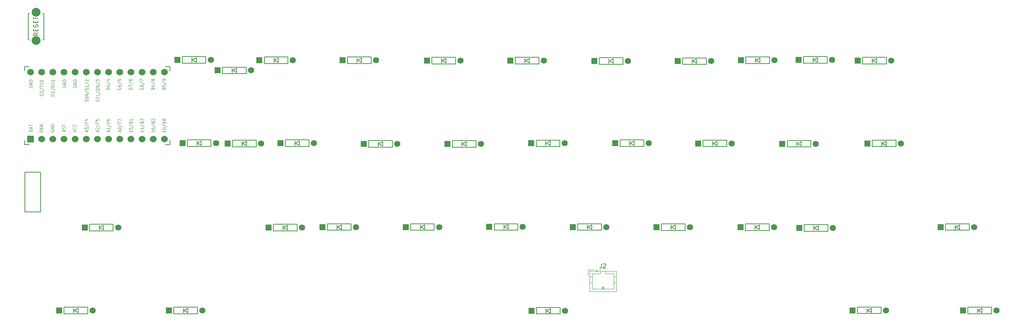
<source format=gbr>
G04 #@! TF.GenerationSoftware,KiCad,Pcbnew,7.0.8*
G04 #@! TF.CreationDate,2024-08-09T14:35:13+09:00*
G04 #@! TF.ProjectId,tacash36,74616361-7368-4333-962e-6b696361645f,rev?*
G04 #@! TF.SameCoordinates,Original*
G04 #@! TF.FileFunction,Legend,Top*
G04 #@! TF.FilePolarity,Positive*
%FSLAX46Y46*%
G04 Gerber Fmt 4.6, Leading zero omitted, Abs format (unit mm)*
G04 Created by KiCad (PCBNEW 7.0.8) date 2024-08-09 14:35:13*
%MOMM*%
%LPD*%
G01*
G04 APERTURE LIST*
%ADD10C,0.125000*%
%ADD11C,0.150000*%
%ADD12C,0.120000*%
%ADD13R,1.397000X1.397000*%
%ADD14C,1.397000*%
%ADD15C,1.524000*%
%ADD16R,1.524000X1.524000*%
%ADD17C,2.000000*%
G04 APERTURE END LIST*
D10*
X2644178Y-24609313D02*
X2644178Y-24290266D01*
X2858464Y-24673123D02*
X2108464Y-24449790D01*
X2108464Y-24449790D02*
X2858464Y-24226456D01*
X2108464Y-23875504D02*
X2108464Y-23811694D01*
X2108464Y-23811694D02*
X2144178Y-23747885D01*
X2144178Y-23747885D02*
X2179892Y-23715980D01*
X2179892Y-23715980D02*
X2251321Y-23684075D01*
X2251321Y-23684075D02*
X2394178Y-23652170D01*
X2394178Y-23652170D02*
X2572750Y-23652170D01*
X2572750Y-23652170D02*
X2715607Y-23684075D01*
X2715607Y-23684075D02*
X2787035Y-23715980D01*
X2787035Y-23715980D02*
X2822750Y-23747885D01*
X2822750Y-23747885D02*
X2858464Y-23811694D01*
X2858464Y-23811694D02*
X2858464Y-23875504D01*
X2858464Y-23875504D02*
X2822750Y-23939313D01*
X2822750Y-23939313D02*
X2787035Y-23971218D01*
X2787035Y-23971218D02*
X2715607Y-24003123D01*
X2715607Y-24003123D02*
X2572750Y-24035027D01*
X2572750Y-24035027D02*
X2394178Y-24035027D01*
X2394178Y-24035027D02*
X2251321Y-24003123D01*
X2251321Y-24003123D02*
X2179892Y-23971218D01*
X2179892Y-23971218D02*
X2144178Y-23939313D01*
X2144178Y-23939313D02*
X2108464Y-23875504D01*
X2072750Y-22886456D02*
X3037035Y-23460742D01*
X2465607Y-22439789D02*
X2465607Y-22663123D01*
X2858464Y-22663123D02*
X2108464Y-22663123D01*
X2108464Y-22663123D02*
X2108464Y-22344075D01*
X2108464Y-22152646D02*
X2108464Y-21705980D01*
X2108464Y-21705980D02*
X2858464Y-21993122D01*
X-8005821Y-14164075D02*
X-8041535Y-14227885D01*
X-8041535Y-14227885D02*
X-8041535Y-14323599D01*
X-8041535Y-14323599D02*
X-8005821Y-14419313D01*
X-8005821Y-14419313D02*
X-7934392Y-14483123D01*
X-7934392Y-14483123D02*
X-7862964Y-14515028D01*
X-7862964Y-14515028D02*
X-7720107Y-14546932D01*
X-7720107Y-14546932D02*
X-7612964Y-14546932D01*
X-7612964Y-14546932D02*
X-7470107Y-14515028D01*
X-7470107Y-14515028D02*
X-7398678Y-14483123D01*
X-7398678Y-14483123D02*
X-7327250Y-14419313D01*
X-7327250Y-14419313D02*
X-7291535Y-14323599D01*
X-7291535Y-14323599D02*
X-7291535Y-14259790D01*
X-7291535Y-14259790D02*
X-7327250Y-14164075D01*
X-7327250Y-14164075D02*
X-7362964Y-14132171D01*
X-7362964Y-14132171D02*
X-7612964Y-14132171D01*
X-7612964Y-14132171D02*
X-7612964Y-14259790D01*
X-7291535Y-13845028D02*
X-8041535Y-13845028D01*
X-8041535Y-13845028D02*
X-7291535Y-13462171D01*
X-7291535Y-13462171D02*
X-8041535Y-13462171D01*
X-7291535Y-13143123D02*
X-8041535Y-13143123D01*
X-8041535Y-13143123D02*
X-8041535Y-12983599D01*
X-8041535Y-12983599D02*
X-8005821Y-12887885D01*
X-8005821Y-12887885D02*
X-7934392Y-12824075D01*
X-7934392Y-12824075D02*
X-7862964Y-12792170D01*
X-7862964Y-12792170D02*
X-7720107Y-12760266D01*
X-7720107Y-12760266D02*
X-7612964Y-12760266D01*
X-7612964Y-12760266D02*
X-7470107Y-12792170D01*
X-7470107Y-12792170D02*
X-7398678Y-12824075D01*
X-7398678Y-12824075D02*
X-7327250Y-12887885D01*
X-7327250Y-12887885D02*
X-7291535Y-12983599D01*
X-7291535Y-12983599D02*
X-7291535Y-13143123D01*
X94178Y-24609313D02*
X94178Y-24290266D01*
X308464Y-24673123D02*
X-441535Y-24449790D01*
X-441535Y-24449790D02*
X308464Y-24226456D01*
X308464Y-23652170D02*
X308464Y-24035027D01*
X308464Y-23843599D02*
X-441535Y-23843599D01*
X-441535Y-23843599D02*
X-334392Y-23907408D01*
X-334392Y-23907408D02*
X-262964Y-23971218D01*
X-262964Y-23971218D02*
X-227250Y-24035027D01*
X-477250Y-22886456D02*
X487035Y-23460742D01*
X-84392Y-22439789D02*
X-84392Y-22663123D01*
X308464Y-22663123D02*
X-441535Y-22663123D01*
X-441535Y-22663123D02*
X-441535Y-22344075D01*
X-441535Y-21801694D02*
X-441535Y-21929313D01*
X-441535Y-21929313D02*
X-405821Y-21993122D01*
X-405821Y-21993122D02*
X-370107Y-22025027D01*
X-370107Y-22025027D02*
X-262964Y-22088837D01*
X-262964Y-22088837D02*
X-120107Y-22120741D01*
X-120107Y-22120741D02*
X165607Y-22120741D01*
X165607Y-22120741D02*
X237035Y-22088837D01*
X237035Y-22088837D02*
X272750Y-22056932D01*
X272750Y-22056932D02*
X308464Y-21993122D01*
X308464Y-21993122D02*
X308464Y-21865503D01*
X308464Y-21865503D02*
X272750Y-21801694D01*
X272750Y-21801694D02*
X237035Y-21769789D01*
X237035Y-21769789D02*
X165607Y-21737884D01*
X165607Y-21737884D02*
X-12964Y-21737884D01*
X-12964Y-21737884D02*
X-84392Y-21769789D01*
X-84392Y-21769789D02*
X-120107Y-21801694D01*
X-120107Y-21801694D02*
X-155821Y-21865503D01*
X-155821Y-21865503D02*
X-155821Y-21993122D01*
X-155821Y-21993122D02*
X-120107Y-22056932D01*
X-120107Y-22056932D02*
X-84392Y-22088837D01*
X-84392Y-22088837D02*
X-12964Y-22120741D01*
X-4905821Y-24609313D02*
X-4905821Y-24290266D01*
X-4691535Y-24673123D02*
X-5441535Y-24449790D01*
X-5441535Y-24449790D02*
X-4691535Y-24226456D01*
X-5441535Y-24066932D02*
X-5441535Y-23652170D01*
X-5441535Y-23652170D02*
X-5155821Y-23875504D01*
X-5155821Y-23875504D02*
X-5155821Y-23779789D01*
X-5155821Y-23779789D02*
X-5120107Y-23715980D01*
X-5120107Y-23715980D02*
X-5084392Y-23684075D01*
X-5084392Y-23684075D02*
X-5012964Y-23652170D01*
X-5012964Y-23652170D02*
X-4834392Y-23652170D01*
X-4834392Y-23652170D02*
X-4762964Y-23684075D01*
X-4762964Y-23684075D02*
X-4727250Y-23715980D01*
X-4727250Y-23715980D02*
X-4691535Y-23779789D01*
X-4691535Y-23779789D02*
X-4691535Y-23971218D01*
X-4691535Y-23971218D02*
X-4727250Y-24035027D01*
X-4727250Y-24035027D02*
X-4762964Y-24066932D01*
X-5477250Y-22886456D02*
X-4512964Y-23460742D01*
X-5084392Y-22439789D02*
X-5084392Y-22663123D01*
X-4691535Y-22663123D02*
X-5441535Y-22663123D01*
X-5441535Y-22663123D02*
X-5441535Y-22344075D01*
X-5191535Y-21801694D02*
X-4691535Y-21801694D01*
X-5477250Y-21961218D02*
X-4941535Y-22120741D01*
X-4941535Y-22120741D02*
X-4941535Y-21705980D01*
X-14891535Y-16347409D02*
X-15641535Y-16347409D01*
X-15641535Y-16347409D02*
X-15641535Y-16187885D01*
X-15641535Y-16187885D02*
X-15605821Y-16092171D01*
X-15605821Y-16092171D02*
X-15534392Y-16028361D01*
X-15534392Y-16028361D02*
X-15462964Y-15996456D01*
X-15462964Y-15996456D02*
X-15320107Y-15964552D01*
X-15320107Y-15964552D02*
X-15212964Y-15964552D01*
X-15212964Y-15964552D02*
X-15070107Y-15996456D01*
X-15070107Y-15996456D02*
X-14998678Y-16028361D01*
X-14998678Y-16028361D02*
X-14927250Y-16092171D01*
X-14927250Y-16092171D02*
X-14891535Y-16187885D01*
X-14891535Y-16187885D02*
X-14891535Y-16347409D01*
X-15641535Y-15741218D02*
X-15641535Y-15326456D01*
X-15641535Y-15326456D02*
X-15355821Y-15549790D01*
X-15355821Y-15549790D02*
X-15355821Y-15454075D01*
X-15355821Y-15454075D02*
X-15320107Y-15390266D01*
X-15320107Y-15390266D02*
X-15284392Y-15358361D01*
X-15284392Y-15358361D02*
X-15212964Y-15326456D01*
X-15212964Y-15326456D02*
X-15034392Y-15326456D01*
X-15034392Y-15326456D02*
X-14962964Y-15358361D01*
X-14962964Y-15358361D02*
X-14927250Y-15390266D01*
X-14927250Y-15390266D02*
X-14891535Y-15454075D01*
X-14891535Y-15454075D02*
X-14891535Y-15645504D01*
X-14891535Y-15645504D02*
X-14927250Y-15709313D01*
X-14927250Y-15709313D02*
X-14962964Y-15741218D01*
X-15677250Y-14560742D02*
X-14712964Y-15135028D01*
X-15641535Y-14433123D02*
X-15641535Y-14050266D01*
X-14891535Y-14241694D02*
X-15641535Y-14241694D01*
X-15641535Y-13890742D02*
X-14891535Y-13444076D01*
X-15641535Y-13444076D02*
X-14891535Y-13890742D01*
X-15641535Y-13061219D02*
X-15641535Y-12997409D01*
X-15641535Y-12997409D02*
X-15605821Y-12933600D01*
X-15605821Y-12933600D02*
X-15570107Y-12901695D01*
X-15570107Y-12901695D02*
X-15498678Y-12869790D01*
X-15498678Y-12869790D02*
X-15355821Y-12837885D01*
X-15355821Y-12837885D02*
X-15177250Y-12837885D01*
X-15177250Y-12837885D02*
X-15034392Y-12869790D01*
X-15034392Y-12869790D02*
X-14962964Y-12901695D01*
X-14962964Y-12901695D02*
X-14927250Y-12933600D01*
X-14927250Y-12933600D02*
X-14891535Y-12997409D01*
X-14891535Y-12997409D02*
X-14891535Y-13061219D01*
X-14891535Y-13061219D02*
X-14927250Y-13125028D01*
X-14927250Y-13125028D02*
X-14962964Y-13156933D01*
X-14962964Y-13156933D02*
X-15034392Y-13188838D01*
X-15034392Y-13188838D02*
X-15177250Y-13220742D01*
X-15177250Y-13220742D02*
X-15355821Y-13220742D01*
X-15355821Y-13220742D02*
X-15498678Y-13188838D01*
X-15498678Y-13188838D02*
X-15570107Y-13156933D01*
X-15570107Y-13156933D02*
X-15605821Y-13125028D01*
X-15605821Y-13125028D02*
X-15641535Y-13061219D01*
X-12341535Y-16427171D02*
X-13091535Y-16427171D01*
X-13091535Y-16427171D02*
X-13091535Y-16267647D01*
X-13091535Y-16267647D02*
X-13055821Y-16171933D01*
X-13055821Y-16171933D02*
X-12984392Y-16108123D01*
X-12984392Y-16108123D02*
X-12912964Y-16076218D01*
X-12912964Y-16076218D02*
X-12770107Y-16044314D01*
X-12770107Y-16044314D02*
X-12662964Y-16044314D01*
X-12662964Y-16044314D02*
X-12520107Y-16076218D01*
X-12520107Y-16076218D02*
X-12448678Y-16108123D01*
X-12448678Y-16108123D02*
X-12377250Y-16171933D01*
X-12377250Y-16171933D02*
X-12341535Y-16267647D01*
X-12341535Y-16267647D02*
X-12341535Y-16427171D01*
X-13020107Y-15789075D02*
X-13055821Y-15757171D01*
X-13055821Y-15757171D02*
X-13091535Y-15693361D01*
X-13091535Y-15693361D02*
X-13091535Y-15533837D01*
X-13091535Y-15533837D02*
X-13055821Y-15470028D01*
X-13055821Y-15470028D02*
X-13020107Y-15438123D01*
X-13020107Y-15438123D02*
X-12948678Y-15406218D01*
X-12948678Y-15406218D02*
X-12877250Y-15406218D01*
X-12877250Y-15406218D02*
X-12770107Y-15438123D01*
X-12770107Y-15438123D02*
X-12341535Y-15820980D01*
X-12341535Y-15820980D02*
X-12341535Y-15406218D01*
X-13127250Y-14640504D02*
X-12162964Y-15214790D01*
X-12341535Y-14034314D02*
X-12698678Y-14257647D01*
X-12341535Y-14417171D02*
X-13091535Y-14417171D01*
X-13091535Y-14417171D02*
X-13091535Y-14161933D01*
X-13091535Y-14161933D02*
X-13055821Y-14098123D01*
X-13055821Y-14098123D02*
X-13020107Y-14066218D01*
X-13020107Y-14066218D02*
X-12948678Y-14034314D01*
X-12948678Y-14034314D02*
X-12841535Y-14034314D01*
X-12841535Y-14034314D02*
X-12770107Y-14066218D01*
X-12770107Y-14066218D02*
X-12734392Y-14098123D01*
X-12734392Y-14098123D02*
X-12698678Y-14161933D01*
X-12698678Y-14161933D02*
X-12698678Y-14417171D01*
X-13091535Y-13810980D02*
X-12341535Y-13364314D01*
X-13091535Y-13364314D02*
X-12341535Y-13810980D01*
X-12341535Y-12758123D02*
X-12341535Y-13140980D01*
X-12341535Y-12949552D02*
X-13091535Y-12949552D01*
X-13091535Y-12949552D02*
X-12984392Y-13013361D01*
X-12984392Y-13013361D02*
X-12912964Y-13077171D01*
X-12912964Y-13077171D02*
X-12877250Y-13140980D01*
X-8141535Y-24686933D02*
X-7391535Y-24463600D01*
X-7391535Y-24463600D02*
X-8141535Y-24240266D01*
X-7462964Y-23634076D02*
X-7427250Y-23665980D01*
X-7427250Y-23665980D02*
X-7391535Y-23761695D01*
X-7391535Y-23761695D02*
X-7391535Y-23825504D01*
X-7391535Y-23825504D02*
X-7427250Y-23921218D01*
X-7427250Y-23921218D02*
X-7498678Y-23985028D01*
X-7498678Y-23985028D02*
X-7570107Y-24016933D01*
X-7570107Y-24016933D02*
X-7712964Y-24048837D01*
X-7712964Y-24048837D02*
X-7820107Y-24048837D01*
X-7820107Y-24048837D02*
X-7962964Y-24016933D01*
X-7962964Y-24016933D02*
X-8034392Y-23985028D01*
X-8034392Y-23985028D02*
X-8105821Y-23921218D01*
X-8105821Y-23921218D02*
X-8141535Y-23825504D01*
X-8141535Y-23825504D02*
X-8141535Y-23761695D01*
X-8141535Y-23761695D02*
X-8105821Y-23665980D01*
X-8105821Y-23665980D02*
X-8070107Y-23634076D01*
X-7462964Y-22964076D02*
X-7427250Y-22995980D01*
X-7427250Y-22995980D02*
X-7391535Y-23091695D01*
X-7391535Y-23091695D02*
X-7391535Y-23155504D01*
X-7391535Y-23155504D02*
X-7427250Y-23251218D01*
X-7427250Y-23251218D02*
X-7498678Y-23315028D01*
X-7498678Y-23315028D02*
X-7570107Y-23346933D01*
X-7570107Y-23346933D02*
X-7712964Y-23378837D01*
X-7712964Y-23378837D02*
X-7820107Y-23378837D01*
X-7820107Y-23378837D02*
X-7962964Y-23346933D01*
X-7962964Y-23346933D02*
X-8034392Y-23315028D01*
X-8034392Y-23315028D02*
X-8105821Y-23251218D01*
X-8105821Y-23251218D02*
X-8141535Y-23155504D01*
X-8141535Y-23155504D02*
X-8141535Y-23091695D01*
X-8141535Y-23091695D02*
X-8105821Y-22995980D01*
X-8105821Y-22995980D02*
X-8070107Y-22964076D01*
X13008464Y-24306218D02*
X13008464Y-24689075D01*
X13008464Y-24497647D02*
X12258464Y-24497647D01*
X12258464Y-24497647D02*
X12365607Y-24561456D01*
X12365607Y-24561456D02*
X12437035Y-24625266D01*
X12437035Y-24625266D02*
X12472750Y-24689075D01*
X12258464Y-23891457D02*
X12258464Y-23827647D01*
X12258464Y-23827647D02*
X12294178Y-23763838D01*
X12294178Y-23763838D02*
X12329892Y-23731933D01*
X12329892Y-23731933D02*
X12401321Y-23700028D01*
X12401321Y-23700028D02*
X12544178Y-23668123D01*
X12544178Y-23668123D02*
X12722750Y-23668123D01*
X12722750Y-23668123D02*
X12865607Y-23700028D01*
X12865607Y-23700028D02*
X12937035Y-23731933D01*
X12937035Y-23731933D02*
X12972750Y-23763838D01*
X12972750Y-23763838D02*
X13008464Y-23827647D01*
X13008464Y-23827647D02*
X13008464Y-23891457D01*
X13008464Y-23891457D02*
X12972750Y-23955266D01*
X12972750Y-23955266D02*
X12937035Y-23987171D01*
X12937035Y-23987171D02*
X12865607Y-24019076D01*
X12865607Y-24019076D02*
X12722750Y-24050980D01*
X12722750Y-24050980D02*
X12544178Y-24050980D01*
X12544178Y-24050980D02*
X12401321Y-24019076D01*
X12401321Y-24019076D02*
X12329892Y-23987171D01*
X12329892Y-23987171D02*
X12294178Y-23955266D01*
X12294178Y-23955266D02*
X12258464Y-23891457D01*
X12222750Y-22902409D02*
X13187035Y-23476695D01*
X12615607Y-22455742D02*
X12651321Y-22360028D01*
X12651321Y-22360028D02*
X12687035Y-22328123D01*
X12687035Y-22328123D02*
X12758464Y-22296219D01*
X12758464Y-22296219D02*
X12865607Y-22296219D01*
X12865607Y-22296219D02*
X12937035Y-22328123D01*
X12937035Y-22328123D02*
X12972750Y-22360028D01*
X12972750Y-22360028D02*
X13008464Y-22423838D01*
X13008464Y-22423838D02*
X13008464Y-22679076D01*
X13008464Y-22679076D02*
X12258464Y-22679076D01*
X12258464Y-22679076D02*
X12258464Y-22455742D01*
X12258464Y-22455742D02*
X12294178Y-22391933D01*
X12294178Y-22391933D02*
X12329892Y-22360028D01*
X12329892Y-22360028D02*
X12401321Y-22328123D01*
X12401321Y-22328123D02*
X12472750Y-22328123D01*
X12472750Y-22328123D02*
X12544178Y-22360028D01*
X12544178Y-22360028D02*
X12579892Y-22391933D01*
X12579892Y-22391933D02*
X12615607Y-22455742D01*
X12615607Y-22455742D02*
X12615607Y-22679076D01*
X12258464Y-21721933D02*
X12258464Y-21849552D01*
X12258464Y-21849552D02*
X12294178Y-21913361D01*
X12294178Y-21913361D02*
X12329892Y-21945266D01*
X12329892Y-21945266D02*
X12437035Y-22009076D01*
X12437035Y-22009076D02*
X12579892Y-22040980D01*
X12579892Y-22040980D02*
X12865607Y-22040980D01*
X12865607Y-22040980D02*
X12937035Y-22009076D01*
X12937035Y-22009076D02*
X12972750Y-21977171D01*
X12972750Y-21977171D02*
X13008464Y-21913361D01*
X13008464Y-21913361D02*
X13008464Y-21785742D01*
X13008464Y-21785742D02*
X12972750Y-21721933D01*
X12972750Y-21721933D02*
X12937035Y-21690028D01*
X12937035Y-21690028D02*
X12865607Y-21658123D01*
X12865607Y-21658123D02*
X12687035Y-21658123D01*
X12687035Y-21658123D02*
X12615607Y-21690028D01*
X12615607Y-21690028D02*
X12579892Y-21721933D01*
X12579892Y-21721933D02*
X12544178Y-21785742D01*
X12544178Y-21785742D02*
X12544178Y-21913361D01*
X12544178Y-21913361D02*
X12579892Y-21977171D01*
X12579892Y-21977171D02*
X12615607Y-22009076D01*
X12615607Y-22009076D02*
X12687035Y-22040980D01*
X2737035Y-14570266D02*
X2772750Y-14602170D01*
X2772750Y-14602170D02*
X2808464Y-14697885D01*
X2808464Y-14697885D02*
X2808464Y-14761694D01*
X2808464Y-14761694D02*
X2772750Y-14857408D01*
X2772750Y-14857408D02*
X2701321Y-14921218D01*
X2701321Y-14921218D02*
X2629892Y-14953123D01*
X2629892Y-14953123D02*
X2487035Y-14985027D01*
X2487035Y-14985027D02*
X2379892Y-14985027D01*
X2379892Y-14985027D02*
X2237035Y-14953123D01*
X2237035Y-14953123D02*
X2165607Y-14921218D01*
X2165607Y-14921218D02*
X2094178Y-14857408D01*
X2094178Y-14857408D02*
X2058464Y-14761694D01*
X2058464Y-14761694D02*
X2058464Y-14697885D01*
X2058464Y-14697885D02*
X2094178Y-14602170D01*
X2094178Y-14602170D02*
X2129892Y-14570266D01*
X2058464Y-13995980D02*
X2058464Y-14123599D01*
X2058464Y-14123599D02*
X2094178Y-14187408D01*
X2094178Y-14187408D02*
X2129892Y-14219313D01*
X2129892Y-14219313D02*
X2237035Y-14283123D01*
X2237035Y-14283123D02*
X2379892Y-14315027D01*
X2379892Y-14315027D02*
X2665607Y-14315027D01*
X2665607Y-14315027D02*
X2737035Y-14283123D01*
X2737035Y-14283123D02*
X2772750Y-14251218D01*
X2772750Y-14251218D02*
X2808464Y-14187408D01*
X2808464Y-14187408D02*
X2808464Y-14059789D01*
X2808464Y-14059789D02*
X2772750Y-13995980D01*
X2772750Y-13995980D02*
X2737035Y-13964075D01*
X2737035Y-13964075D02*
X2665607Y-13932170D01*
X2665607Y-13932170D02*
X2487035Y-13932170D01*
X2487035Y-13932170D02*
X2415607Y-13964075D01*
X2415607Y-13964075D02*
X2379892Y-13995980D01*
X2379892Y-13995980D02*
X2344178Y-14059789D01*
X2344178Y-14059789D02*
X2344178Y-14187408D01*
X2344178Y-14187408D02*
X2379892Y-14251218D01*
X2379892Y-14251218D02*
X2415607Y-14283123D01*
X2415607Y-14283123D02*
X2487035Y-14315027D01*
X2022750Y-13166456D02*
X2987035Y-13740742D01*
X2058464Y-12624075D02*
X2058464Y-12943123D01*
X2058464Y-12943123D02*
X2415607Y-12975027D01*
X2415607Y-12975027D02*
X2379892Y-12943123D01*
X2379892Y-12943123D02*
X2344178Y-12879313D01*
X2344178Y-12879313D02*
X2344178Y-12719789D01*
X2344178Y-12719789D02*
X2379892Y-12655980D01*
X2379892Y-12655980D02*
X2415607Y-12624075D01*
X2415607Y-12624075D02*
X2487035Y-12592170D01*
X2487035Y-12592170D02*
X2665607Y-12592170D01*
X2665607Y-12592170D02*
X2737035Y-12624075D01*
X2737035Y-12624075D02*
X2772750Y-12655980D01*
X2772750Y-12655980D02*
X2808464Y-12719789D01*
X2808464Y-12719789D02*
X2808464Y-12879313D01*
X2808464Y-12879313D02*
X2772750Y-12943123D01*
X2772750Y-12943123D02*
X2737035Y-12975027D01*
X7958464Y-24306218D02*
X7958464Y-24689075D01*
X7958464Y-24497647D02*
X7208464Y-24497647D01*
X7208464Y-24497647D02*
X7315607Y-24561456D01*
X7315607Y-24561456D02*
X7387035Y-24625266D01*
X7387035Y-24625266D02*
X7422750Y-24689075D01*
X7458464Y-23731933D02*
X7958464Y-23731933D01*
X7172750Y-23891457D02*
X7708464Y-24050980D01*
X7708464Y-24050980D02*
X7708464Y-23636219D01*
X7172750Y-22902409D02*
X8137035Y-23476695D01*
X7565607Y-22455742D02*
X7601321Y-22360028D01*
X7601321Y-22360028D02*
X7637035Y-22328123D01*
X7637035Y-22328123D02*
X7708464Y-22296219D01*
X7708464Y-22296219D02*
X7815607Y-22296219D01*
X7815607Y-22296219D02*
X7887035Y-22328123D01*
X7887035Y-22328123D02*
X7922750Y-22360028D01*
X7922750Y-22360028D02*
X7958464Y-22423838D01*
X7958464Y-22423838D02*
X7958464Y-22679076D01*
X7958464Y-22679076D02*
X7208464Y-22679076D01*
X7208464Y-22679076D02*
X7208464Y-22455742D01*
X7208464Y-22455742D02*
X7244178Y-22391933D01*
X7244178Y-22391933D02*
X7279892Y-22360028D01*
X7279892Y-22360028D02*
X7351321Y-22328123D01*
X7351321Y-22328123D02*
X7422750Y-22328123D01*
X7422750Y-22328123D02*
X7494178Y-22360028D01*
X7494178Y-22360028D02*
X7529892Y-22391933D01*
X7529892Y-22391933D02*
X7565607Y-22455742D01*
X7565607Y-22455742D02*
X7565607Y-22679076D01*
X7208464Y-22072885D02*
X7208464Y-21658123D01*
X7208464Y-21658123D02*
X7494178Y-21881457D01*
X7494178Y-21881457D02*
X7494178Y-21785742D01*
X7494178Y-21785742D02*
X7529892Y-21721933D01*
X7529892Y-21721933D02*
X7565607Y-21690028D01*
X7565607Y-21690028D02*
X7637035Y-21658123D01*
X7637035Y-21658123D02*
X7815607Y-21658123D01*
X7815607Y-21658123D02*
X7887035Y-21690028D01*
X7887035Y-21690028D02*
X7922750Y-21721933D01*
X7922750Y-21721933D02*
X7958464Y-21785742D01*
X7958464Y-21785742D02*
X7958464Y-21977171D01*
X7958464Y-21977171D02*
X7922750Y-22040980D01*
X7922750Y-22040980D02*
X7887035Y-22072885D01*
X-2405821Y-24609313D02*
X-2405821Y-24290266D01*
X-2191535Y-24673123D02*
X-2941535Y-24449790D01*
X-2941535Y-24449790D02*
X-2191535Y-24226456D01*
X-2870107Y-24035027D02*
X-2905821Y-24003123D01*
X-2905821Y-24003123D02*
X-2941535Y-23939313D01*
X-2941535Y-23939313D02*
X-2941535Y-23779789D01*
X-2941535Y-23779789D02*
X-2905821Y-23715980D01*
X-2905821Y-23715980D02*
X-2870107Y-23684075D01*
X-2870107Y-23684075D02*
X-2798678Y-23652170D01*
X-2798678Y-23652170D02*
X-2727250Y-23652170D01*
X-2727250Y-23652170D02*
X-2620107Y-23684075D01*
X-2620107Y-23684075D02*
X-2191535Y-24066932D01*
X-2191535Y-24066932D02*
X-2191535Y-23652170D01*
X-2977250Y-22886456D02*
X-2012964Y-23460742D01*
X-2584392Y-22439789D02*
X-2584392Y-22663123D01*
X-2191535Y-22663123D02*
X-2941535Y-22663123D01*
X-2941535Y-22663123D02*
X-2941535Y-22344075D01*
X-2941535Y-21769789D02*
X-2941535Y-22088837D01*
X-2941535Y-22088837D02*
X-2584392Y-22120741D01*
X-2584392Y-22120741D02*
X-2620107Y-22088837D01*
X-2620107Y-22088837D02*
X-2655821Y-22025027D01*
X-2655821Y-22025027D02*
X-2655821Y-21865503D01*
X-2655821Y-21865503D02*
X-2620107Y-21801694D01*
X-2620107Y-21801694D02*
X-2584392Y-21769789D01*
X-2584392Y-21769789D02*
X-2512964Y-21737884D01*
X-2512964Y-21737884D02*
X-2334392Y-21737884D01*
X-2334392Y-21737884D02*
X-2262964Y-21769789D01*
X-2262964Y-21769789D02*
X-2227250Y-21801694D01*
X-2227250Y-21801694D02*
X-2191535Y-21865503D01*
X-2191535Y-21865503D02*
X-2191535Y-22025027D01*
X-2191535Y-22025027D02*
X-2227250Y-22088837D01*
X-2227250Y-22088837D02*
X-2262964Y-22120741D01*
X5408464Y-24306218D02*
X5408464Y-24689075D01*
X5408464Y-24497647D02*
X4658464Y-24497647D01*
X4658464Y-24497647D02*
X4765607Y-24561456D01*
X4765607Y-24561456D02*
X4837035Y-24625266D01*
X4837035Y-24625266D02*
X4872750Y-24689075D01*
X4658464Y-23700028D02*
X4658464Y-24019076D01*
X4658464Y-24019076D02*
X5015607Y-24050980D01*
X5015607Y-24050980D02*
X4979892Y-24019076D01*
X4979892Y-24019076D02*
X4944178Y-23955266D01*
X4944178Y-23955266D02*
X4944178Y-23795742D01*
X4944178Y-23795742D02*
X4979892Y-23731933D01*
X4979892Y-23731933D02*
X5015607Y-23700028D01*
X5015607Y-23700028D02*
X5087035Y-23668123D01*
X5087035Y-23668123D02*
X5265607Y-23668123D01*
X5265607Y-23668123D02*
X5337035Y-23700028D01*
X5337035Y-23700028D02*
X5372750Y-23731933D01*
X5372750Y-23731933D02*
X5408464Y-23795742D01*
X5408464Y-23795742D02*
X5408464Y-23955266D01*
X5408464Y-23955266D02*
X5372750Y-24019076D01*
X5372750Y-24019076D02*
X5337035Y-24050980D01*
X4622750Y-22902409D02*
X5587035Y-23476695D01*
X5015607Y-22455742D02*
X5051321Y-22360028D01*
X5051321Y-22360028D02*
X5087035Y-22328123D01*
X5087035Y-22328123D02*
X5158464Y-22296219D01*
X5158464Y-22296219D02*
X5265607Y-22296219D01*
X5265607Y-22296219D02*
X5337035Y-22328123D01*
X5337035Y-22328123D02*
X5372750Y-22360028D01*
X5372750Y-22360028D02*
X5408464Y-22423838D01*
X5408464Y-22423838D02*
X5408464Y-22679076D01*
X5408464Y-22679076D02*
X4658464Y-22679076D01*
X4658464Y-22679076D02*
X4658464Y-22455742D01*
X4658464Y-22455742D02*
X4694178Y-22391933D01*
X4694178Y-22391933D02*
X4729892Y-22360028D01*
X4729892Y-22360028D02*
X4801321Y-22328123D01*
X4801321Y-22328123D02*
X4872750Y-22328123D01*
X4872750Y-22328123D02*
X4944178Y-22360028D01*
X4944178Y-22360028D02*
X4979892Y-22391933D01*
X4979892Y-22391933D02*
X5015607Y-22455742D01*
X5015607Y-22455742D02*
X5015607Y-22679076D01*
X5408464Y-21658123D02*
X5408464Y-22040980D01*
X5408464Y-21849552D02*
X4658464Y-21849552D01*
X4658464Y-21849552D02*
X4765607Y-21913361D01*
X4765607Y-21913361D02*
X4837035Y-21977171D01*
X4837035Y-21977171D02*
X4872750Y-22040980D01*
X-18075821Y-14164075D02*
X-18111535Y-14227885D01*
X-18111535Y-14227885D02*
X-18111535Y-14323599D01*
X-18111535Y-14323599D02*
X-18075821Y-14419313D01*
X-18075821Y-14419313D02*
X-18004392Y-14483123D01*
X-18004392Y-14483123D02*
X-17932964Y-14515028D01*
X-17932964Y-14515028D02*
X-17790107Y-14546932D01*
X-17790107Y-14546932D02*
X-17682964Y-14546932D01*
X-17682964Y-14546932D02*
X-17540107Y-14515028D01*
X-17540107Y-14515028D02*
X-17468678Y-14483123D01*
X-17468678Y-14483123D02*
X-17397250Y-14419313D01*
X-17397250Y-14419313D02*
X-17361535Y-14323599D01*
X-17361535Y-14323599D02*
X-17361535Y-14259790D01*
X-17361535Y-14259790D02*
X-17397250Y-14164075D01*
X-17397250Y-14164075D02*
X-17432964Y-14132171D01*
X-17432964Y-14132171D02*
X-17682964Y-14132171D01*
X-17682964Y-14132171D02*
X-17682964Y-14259790D01*
X-17361535Y-13845028D02*
X-18111535Y-13845028D01*
X-18111535Y-13845028D02*
X-17361535Y-13462171D01*
X-17361535Y-13462171D02*
X-18111535Y-13462171D01*
X-17361535Y-13143123D02*
X-18111535Y-13143123D01*
X-18111535Y-13143123D02*
X-18111535Y-12983599D01*
X-18111535Y-12983599D02*
X-18075821Y-12887885D01*
X-18075821Y-12887885D02*
X-18004392Y-12824075D01*
X-18004392Y-12824075D02*
X-17932964Y-12792170D01*
X-17932964Y-12792170D02*
X-17790107Y-12760266D01*
X-17790107Y-12760266D02*
X-17682964Y-12760266D01*
X-17682964Y-12760266D02*
X-17540107Y-12792170D01*
X-17540107Y-12792170D02*
X-17468678Y-12824075D01*
X-17468678Y-12824075D02*
X-17397250Y-12887885D01*
X-17397250Y-12887885D02*
X-17361535Y-12983599D01*
X-17361535Y-12983599D02*
X-17361535Y-13143123D01*
X12565607Y-14729789D02*
X12601321Y-14634075D01*
X12601321Y-14634075D02*
X12637035Y-14602170D01*
X12637035Y-14602170D02*
X12708464Y-14570266D01*
X12708464Y-14570266D02*
X12815607Y-14570266D01*
X12815607Y-14570266D02*
X12887035Y-14602170D01*
X12887035Y-14602170D02*
X12922750Y-14634075D01*
X12922750Y-14634075D02*
X12958464Y-14697885D01*
X12958464Y-14697885D02*
X12958464Y-14953123D01*
X12958464Y-14953123D02*
X12208464Y-14953123D01*
X12208464Y-14953123D02*
X12208464Y-14729789D01*
X12208464Y-14729789D02*
X12244178Y-14665980D01*
X12244178Y-14665980D02*
X12279892Y-14634075D01*
X12279892Y-14634075D02*
X12351321Y-14602170D01*
X12351321Y-14602170D02*
X12422750Y-14602170D01*
X12422750Y-14602170D02*
X12494178Y-14634075D01*
X12494178Y-14634075D02*
X12529892Y-14665980D01*
X12529892Y-14665980D02*
X12565607Y-14729789D01*
X12565607Y-14729789D02*
X12565607Y-14953123D01*
X12208464Y-13964075D02*
X12208464Y-14283123D01*
X12208464Y-14283123D02*
X12565607Y-14315027D01*
X12565607Y-14315027D02*
X12529892Y-14283123D01*
X12529892Y-14283123D02*
X12494178Y-14219313D01*
X12494178Y-14219313D02*
X12494178Y-14059789D01*
X12494178Y-14059789D02*
X12529892Y-13995980D01*
X12529892Y-13995980D02*
X12565607Y-13964075D01*
X12565607Y-13964075D02*
X12637035Y-13932170D01*
X12637035Y-13932170D02*
X12815607Y-13932170D01*
X12815607Y-13932170D02*
X12887035Y-13964075D01*
X12887035Y-13964075D02*
X12922750Y-13995980D01*
X12922750Y-13995980D02*
X12958464Y-14059789D01*
X12958464Y-14059789D02*
X12958464Y-14219313D01*
X12958464Y-14219313D02*
X12922750Y-14283123D01*
X12922750Y-14283123D02*
X12887035Y-14315027D01*
X12172750Y-13166456D02*
X13137035Y-13740742D01*
X12958464Y-12911218D02*
X12958464Y-12783599D01*
X12958464Y-12783599D02*
X12922750Y-12719789D01*
X12922750Y-12719789D02*
X12887035Y-12687885D01*
X12887035Y-12687885D02*
X12779892Y-12624075D01*
X12779892Y-12624075D02*
X12637035Y-12592170D01*
X12637035Y-12592170D02*
X12351321Y-12592170D01*
X12351321Y-12592170D02*
X12279892Y-12624075D01*
X12279892Y-12624075D02*
X12244178Y-12655980D01*
X12244178Y-12655980D02*
X12208464Y-12719789D01*
X12208464Y-12719789D02*
X12208464Y-12847408D01*
X12208464Y-12847408D02*
X12244178Y-12911218D01*
X12244178Y-12911218D02*
X12279892Y-12943123D01*
X12279892Y-12943123D02*
X12351321Y-12975027D01*
X12351321Y-12975027D02*
X12529892Y-12975027D01*
X12529892Y-12975027D02*
X12601321Y-12943123D01*
X12601321Y-12943123D02*
X12637035Y-12911218D01*
X12637035Y-12911218D02*
X12672750Y-12847408D01*
X12672750Y-12847408D02*
X12672750Y-12719789D01*
X12672750Y-12719789D02*
X12637035Y-12655980D01*
X12637035Y-12655980D02*
X12601321Y-12624075D01*
X12601321Y-12624075D02*
X12529892Y-12592170D01*
X258464Y-14953123D02*
X-491535Y-14953123D01*
X-491535Y-14953123D02*
X-491535Y-14793599D01*
X-491535Y-14793599D02*
X-455821Y-14697885D01*
X-455821Y-14697885D02*
X-384392Y-14634075D01*
X-384392Y-14634075D02*
X-312964Y-14602170D01*
X-312964Y-14602170D02*
X-170107Y-14570266D01*
X-170107Y-14570266D02*
X-62964Y-14570266D01*
X-62964Y-14570266D02*
X79892Y-14602170D01*
X79892Y-14602170D02*
X151321Y-14634075D01*
X151321Y-14634075D02*
X222750Y-14697885D01*
X222750Y-14697885D02*
X258464Y-14793599D01*
X258464Y-14793599D02*
X258464Y-14953123D01*
X-241535Y-13995980D02*
X258464Y-13995980D01*
X-527250Y-14155504D02*
X8464Y-14315027D01*
X8464Y-14315027D02*
X8464Y-13900266D01*
X-527250Y-13166456D02*
X437035Y-13740742D01*
X-241535Y-12655980D02*
X258464Y-12655980D01*
X-527250Y-12815504D02*
X8464Y-12975027D01*
X8464Y-12975027D02*
X8464Y-12560266D01*
X5358464Y-14953123D02*
X4608464Y-14953123D01*
X4608464Y-14953123D02*
X4608464Y-14793599D01*
X4608464Y-14793599D02*
X4644178Y-14697885D01*
X4644178Y-14697885D02*
X4715607Y-14634075D01*
X4715607Y-14634075D02*
X4787035Y-14602170D01*
X4787035Y-14602170D02*
X4929892Y-14570266D01*
X4929892Y-14570266D02*
X5037035Y-14570266D01*
X5037035Y-14570266D02*
X5179892Y-14602170D01*
X5179892Y-14602170D02*
X5251321Y-14634075D01*
X5251321Y-14634075D02*
X5322750Y-14697885D01*
X5322750Y-14697885D02*
X5358464Y-14793599D01*
X5358464Y-14793599D02*
X5358464Y-14953123D01*
X4608464Y-14346932D02*
X4608464Y-13900266D01*
X4608464Y-13900266D02*
X5358464Y-14187408D01*
X4572750Y-13166456D02*
X5537035Y-13740742D01*
X4608464Y-12655980D02*
X4608464Y-12783599D01*
X4608464Y-12783599D02*
X4644178Y-12847408D01*
X4644178Y-12847408D02*
X4679892Y-12879313D01*
X4679892Y-12879313D02*
X4787035Y-12943123D01*
X4787035Y-12943123D02*
X4929892Y-12975027D01*
X4929892Y-12975027D02*
X5215607Y-12975027D01*
X5215607Y-12975027D02*
X5287035Y-12943123D01*
X5287035Y-12943123D02*
X5322750Y-12911218D01*
X5322750Y-12911218D02*
X5358464Y-12847408D01*
X5358464Y-12847408D02*
X5358464Y-12719789D01*
X5358464Y-12719789D02*
X5322750Y-12655980D01*
X5322750Y-12655980D02*
X5287035Y-12624075D01*
X5287035Y-12624075D02*
X5215607Y-12592170D01*
X5215607Y-12592170D02*
X5037035Y-12592170D01*
X5037035Y-12592170D02*
X4965607Y-12624075D01*
X4965607Y-12624075D02*
X4929892Y-12655980D01*
X4929892Y-12655980D02*
X4894178Y-12719789D01*
X4894178Y-12719789D02*
X4894178Y-12847408D01*
X4894178Y-12847408D02*
X4929892Y-12911218D01*
X4929892Y-12911218D02*
X4965607Y-12943123D01*
X4965607Y-12943123D02*
X5037035Y-12975027D01*
X-9841535Y-24160504D02*
X-10198678Y-24383837D01*
X-9841535Y-24543361D02*
X-10591535Y-24543361D01*
X-10591535Y-24543361D02*
X-10591535Y-24288123D01*
X-10591535Y-24288123D02*
X-10555821Y-24224313D01*
X-10555821Y-24224313D02*
X-10520107Y-24192408D01*
X-10520107Y-24192408D02*
X-10448678Y-24160504D01*
X-10448678Y-24160504D02*
X-10341535Y-24160504D01*
X-10341535Y-24160504D02*
X-10270107Y-24192408D01*
X-10270107Y-24192408D02*
X-10234392Y-24224313D01*
X-10234392Y-24224313D02*
X-10198678Y-24288123D01*
X-10198678Y-24288123D02*
X-10198678Y-24543361D01*
X-9877250Y-23905265D02*
X-9841535Y-23809551D01*
X-9841535Y-23809551D02*
X-9841535Y-23650027D01*
X-9841535Y-23650027D02*
X-9877250Y-23586218D01*
X-9877250Y-23586218D02*
X-9912964Y-23554313D01*
X-9912964Y-23554313D02*
X-9984392Y-23522408D01*
X-9984392Y-23522408D02*
X-10055821Y-23522408D01*
X-10055821Y-23522408D02*
X-10127250Y-23554313D01*
X-10127250Y-23554313D02*
X-10162964Y-23586218D01*
X-10162964Y-23586218D02*
X-10198678Y-23650027D01*
X-10198678Y-23650027D02*
X-10234392Y-23777646D01*
X-10234392Y-23777646D02*
X-10270107Y-23841456D01*
X-10270107Y-23841456D02*
X-10305821Y-23873361D01*
X-10305821Y-23873361D02*
X-10377250Y-23905265D01*
X-10377250Y-23905265D02*
X-10448678Y-23905265D01*
X-10448678Y-23905265D02*
X-10520107Y-23873361D01*
X-10520107Y-23873361D02*
X-10555821Y-23841456D01*
X-10555821Y-23841456D02*
X-10591535Y-23777646D01*
X-10591535Y-23777646D02*
X-10591535Y-23618123D01*
X-10591535Y-23618123D02*
X-10555821Y-23522408D01*
X-10591535Y-23330980D02*
X-10591535Y-22948123D01*
X-9841535Y-23139551D02*
X-10591535Y-23139551D01*
X-4677250Y-17667170D02*
X-4641535Y-17571456D01*
X-4641535Y-17571456D02*
X-4641535Y-17411932D01*
X-4641535Y-17411932D02*
X-4677250Y-17348123D01*
X-4677250Y-17348123D02*
X-4712964Y-17316218D01*
X-4712964Y-17316218D02*
X-4784392Y-17284313D01*
X-4784392Y-17284313D02*
X-4855821Y-17284313D01*
X-4855821Y-17284313D02*
X-4927250Y-17316218D01*
X-4927250Y-17316218D02*
X-4962964Y-17348123D01*
X-4962964Y-17348123D02*
X-4998678Y-17411932D01*
X-4998678Y-17411932D02*
X-5034392Y-17539551D01*
X-5034392Y-17539551D02*
X-5070107Y-17603361D01*
X-5070107Y-17603361D02*
X-5105821Y-17635266D01*
X-5105821Y-17635266D02*
X-5177250Y-17667170D01*
X-5177250Y-17667170D02*
X-5248678Y-17667170D01*
X-5248678Y-17667170D02*
X-5320107Y-17635266D01*
X-5320107Y-17635266D02*
X-5355821Y-17603361D01*
X-5355821Y-17603361D02*
X-5391535Y-17539551D01*
X-5391535Y-17539551D02*
X-5391535Y-17380028D01*
X-5391535Y-17380028D02*
X-5355821Y-17284313D01*
X-4641535Y-16997171D02*
X-5391535Y-16997171D01*
X-5391535Y-16997171D02*
X-5391535Y-16837647D01*
X-5391535Y-16837647D02*
X-5355821Y-16741933D01*
X-5355821Y-16741933D02*
X-5284392Y-16678123D01*
X-5284392Y-16678123D02*
X-5212964Y-16646218D01*
X-5212964Y-16646218D02*
X-5070107Y-16614314D01*
X-5070107Y-16614314D02*
X-4962964Y-16614314D01*
X-4962964Y-16614314D02*
X-4820107Y-16646218D01*
X-4820107Y-16646218D02*
X-4748678Y-16678123D01*
X-4748678Y-16678123D02*
X-4677250Y-16741933D01*
X-4677250Y-16741933D02*
X-4641535Y-16837647D01*
X-4641535Y-16837647D02*
X-4641535Y-16997171D01*
X-4855821Y-16359075D02*
X-4855821Y-16040028D01*
X-4641535Y-16422885D02*
X-5391535Y-16199552D01*
X-5391535Y-16199552D02*
X-4641535Y-15976218D01*
X-5427250Y-15274313D02*
X-4462964Y-15848599D01*
X-4641535Y-15050980D02*
X-5391535Y-15050980D01*
X-5391535Y-15050980D02*
X-5391535Y-14891456D01*
X-5391535Y-14891456D02*
X-5355821Y-14795742D01*
X-5355821Y-14795742D02*
X-5284392Y-14731932D01*
X-5284392Y-14731932D02*
X-5212964Y-14700027D01*
X-5212964Y-14700027D02*
X-5070107Y-14668123D01*
X-5070107Y-14668123D02*
X-4962964Y-14668123D01*
X-4962964Y-14668123D02*
X-4820107Y-14700027D01*
X-4820107Y-14700027D02*
X-4748678Y-14731932D01*
X-4748678Y-14731932D02*
X-4677250Y-14795742D01*
X-4677250Y-14795742D02*
X-4641535Y-14891456D01*
X-4641535Y-14891456D02*
X-4641535Y-15050980D01*
X-4641535Y-14030027D02*
X-4641535Y-14412884D01*
X-4641535Y-14221456D02*
X-5391535Y-14221456D01*
X-5391535Y-14221456D02*
X-5284392Y-14285265D01*
X-5284392Y-14285265D02*
X-5212964Y-14349075D01*
X-5212964Y-14349075D02*
X-5177250Y-14412884D01*
X-5427250Y-13264313D02*
X-4462964Y-13838599D01*
X-5320107Y-13072884D02*
X-5355821Y-13040980D01*
X-5355821Y-13040980D02*
X-5391535Y-12977170D01*
X-5391535Y-12977170D02*
X-5391535Y-12817646D01*
X-5391535Y-12817646D02*
X-5355821Y-12753837D01*
X-5355821Y-12753837D02*
X-5320107Y-12721932D01*
X-5320107Y-12721932D02*
X-5248678Y-12690027D01*
X-5248678Y-12690027D02*
X-5177250Y-12690027D01*
X-5177250Y-12690027D02*
X-5070107Y-12721932D01*
X-5070107Y-12721932D02*
X-4641535Y-13104789D01*
X-4641535Y-13104789D02*
X-4641535Y-12690027D01*
X10065607Y-14729789D02*
X10101321Y-14634075D01*
X10101321Y-14634075D02*
X10137035Y-14602170D01*
X10137035Y-14602170D02*
X10208464Y-14570266D01*
X10208464Y-14570266D02*
X10315607Y-14570266D01*
X10315607Y-14570266D02*
X10387035Y-14602170D01*
X10387035Y-14602170D02*
X10422750Y-14634075D01*
X10422750Y-14634075D02*
X10458464Y-14697885D01*
X10458464Y-14697885D02*
X10458464Y-14953123D01*
X10458464Y-14953123D02*
X9708464Y-14953123D01*
X9708464Y-14953123D02*
X9708464Y-14729789D01*
X9708464Y-14729789D02*
X9744178Y-14665980D01*
X9744178Y-14665980D02*
X9779892Y-14634075D01*
X9779892Y-14634075D02*
X9851321Y-14602170D01*
X9851321Y-14602170D02*
X9922750Y-14602170D01*
X9922750Y-14602170D02*
X9994178Y-14634075D01*
X9994178Y-14634075D02*
X10029892Y-14665980D01*
X10029892Y-14665980D02*
X10065607Y-14729789D01*
X10065607Y-14729789D02*
X10065607Y-14953123D01*
X9958464Y-13995980D02*
X10458464Y-13995980D01*
X9672750Y-14155504D02*
X10208464Y-14315027D01*
X10208464Y-14315027D02*
X10208464Y-13900266D01*
X9672750Y-13166456D02*
X10637035Y-13740742D01*
X10029892Y-12847408D02*
X9994178Y-12911218D01*
X9994178Y-12911218D02*
X9958464Y-12943123D01*
X9958464Y-12943123D02*
X9887035Y-12975027D01*
X9887035Y-12975027D02*
X9851321Y-12975027D01*
X9851321Y-12975027D02*
X9779892Y-12943123D01*
X9779892Y-12943123D02*
X9744178Y-12911218D01*
X9744178Y-12911218D02*
X9708464Y-12847408D01*
X9708464Y-12847408D02*
X9708464Y-12719789D01*
X9708464Y-12719789D02*
X9744178Y-12655980D01*
X9744178Y-12655980D02*
X9779892Y-12624075D01*
X9779892Y-12624075D02*
X9851321Y-12592170D01*
X9851321Y-12592170D02*
X9887035Y-12592170D01*
X9887035Y-12592170D02*
X9958464Y-12624075D01*
X9958464Y-12624075D02*
X9994178Y-12655980D01*
X9994178Y-12655980D02*
X10029892Y-12719789D01*
X10029892Y-12719789D02*
X10029892Y-12847408D01*
X10029892Y-12847408D02*
X10065607Y-12911218D01*
X10065607Y-12911218D02*
X10101321Y-12943123D01*
X10101321Y-12943123D02*
X10172750Y-12975027D01*
X10172750Y-12975027D02*
X10315607Y-12975027D01*
X10315607Y-12975027D02*
X10387035Y-12943123D01*
X10387035Y-12943123D02*
X10422750Y-12911218D01*
X10422750Y-12911218D02*
X10458464Y-12847408D01*
X10458464Y-12847408D02*
X10458464Y-12719789D01*
X10458464Y-12719789D02*
X10422750Y-12655980D01*
X10422750Y-12655980D02*
X10387035Y-12624075D01*
X10387035Y-12624075D02*
X10315607Y-12592170D01*
X10315607Y-12592170D02*
X10172750Y-12592170D01*
X10172750Y-12592170D02*
X10101321Y-12624075D01*
X10101321Y-12624075D02*
X10065607Y-12655980D01*
X10065607Y-12655980D02*
X10029892Y-12719789D01*
X-17754392Y-24288123D02*
X-17718678Y-24192409D01*
X-17718678Y-24192409D02*
X-17682964Y-24160504D01*
X-17682964Y-24160504D02*
X-17611535Y-24128600D01*
X-17611535Y-24128600D02*
X-17504392Y-24128600D01*
X-17504392Y-24128600D02*
X-17432964Y-24160504D01*
X-17432964Y-24160504D02*
X-17397250Y-24192409D01*
X-17397250Y-24192409D02*
X-17361535Y-24256219D01*
X-17361535Y-24256219D02*
X-17361535Y-24511457D01*
X-17361535Y-24511457D02*
X-18111535Y-24511457D01*
X-18111535Y-24511457D02*
X-18111535Y-24288123D01*
X-18111535Y-24288123D02*
X-18075821Y-24224314D01*
X-18075821Y-24224314D02*
X-18040107Y-24192409D01*
X-18040107Y-24192409D02*
X-17968678Y-24160504D01*
X-17968678Y-24160504D02*
X-17897250Y-24160504D01*
X-17897250Y-24160504D02*
X-17825821Y-24192409D01*
X-17825821Y-24192409D02*
X-17790107Y-24224314D01*
X-17790107Y-24224314D02*
X-17754392Y-24288123D01*
X-17754392Y-24288123D02*
X-17754392Y-24511457D01*
X-17575821Y-23873361D02*
X-17575821Y-23554314D01*
X-17361535Y-23937171D02*
X-18111535Y-23713838D01*
X-18111535Y-23713838D02*
X-17361535Y-23490504D01*
X-18111535Y-23362885D02*
X-18111535Y-22980028D01*
X-17361535Y-23171456D02*
X-18111535Y-23171456D01*
X7515607Y-14921218D02*
X7515607Y-14697884D01*
X7908464Y-14602170D02*
X7908464Y-14921218D01*
X7908464Y-14921218D02*
X7158464Y-14921218D01*
X7158464Y-14921218D02*
X7158464Y-14602170D01*
X7158464Y-14027885D02*
X7158464Y-14155504D01*
X7158464Y-14155504D02*
X7194178Y-14219313D01*
X7194178Y-14219313D02*
X7229892Y-14251218D01*
X7229892Y-14251218D02*
X7337035Y-14315028D01*
X7337035Y-14315028D02*
X7479892Y-14346932D01*
X7479892Y-14346932D02*
X7765607Y-14346932D01*
X7765607Y-14346932D02*
X7837035Y-14315028D01*
X7837035Y-14315028D02*
X7872750Y-14283123D01*
X7872750Y-14283123D02*
X7908464Y-14219313D01*
X7908464Y-14219313D02*
X7908464Y-14091694D01*
X7908464Y-14091694D02*
X7872750Y-14027885D01*
X7872750Y-14027885D02*
X7837035Y-13995980D01*
X7837035Y-13995980D02*
X7765607Y-13964075D01*
X7765607Y-13964075D02*
X7587035Y-13964075D01*
X7587035Y-13964075D02*
X7515607Y-13995980D01*
X7515607Y-13995980D02*
X7479892Y-14027885D01*
X7479892Y-14027885D02*
X7444178Y-14091694D01*
X7444178Y-14091694D02*
X7444178Y-14219313D01*
X7444178Y-14219313D02*
X7479892Y-14283123D01*
X7479892Y-14283123D02*
X7515607Y-14315028D01*
X7515607Y-14315028D02*
X7587035Y-14346932D01*
X7122750Y-13198361D02*
X8087035Y-13772647D01*
X7158464Y-13038837D02*
X7158464Y-12592171D01*
X7158464Y-12592171D02*
X7908464Y-12879313D01*
X10508464Y-24306218D02*
X10508464Y-24689075D01*
X10508464Y-24497647D02*
X9758464Y-24497647D01*
X9758464Y-24497647D02*
X9865607Y-24561456D01*
X9865607Y-24561456D02*
X9937035Y-24625266D01*
X9937035Y-24625266D02*
X9972750Y-24689075D01*
X9758464Y-23731933D02*
X9758464Y-23859552D01*
X9758464Y-23859552D02*
X9794178Y-23923361D01*
X9794178Y-23923361D02*
X9829892Y-23955266D01*
X9829892Y-23955266D02*
X9937035Y-24019076D01*
X9937035Y-24019076D02*
X10079892Y-24050980D01*
X10079892Y-24050980D02*
X10365607Y-24050980D01*
X10365607Y-24050980D02*
X10437035Y-24019076D01*
X10437035Y-24019076D02*
X10472750Y-23987171D01*
X10472750Y-23987171D02*
X10508464Y-23923361D01*
X10508464Y-23923361D02*
X10508464Y-23795742D01*
X10508464Y-23795742D02*
X10472750Y-23731933D01*
X10472750Y-23731933D02*
X10437035Y-23700028D01*
X10437035Y-23700028D02*
X10365607Y-23668123D01*
X10365607Y-23668123D02*
X10187035Y-23668123D01*
X10187035Y-23668123D02*
X10115607Y-23700028D01*
X10115607Y-23700028D02*
X10079892Y-23731933D01*
X10079892Y-23731933D02*
X10044178Y-23795742D01*
X10044178Y-23795742D02*
X10044178Y-23923361D01*
X10044178Y-23923361D02*
X10079892Y-23987171D01*
X10079892Y-23987171D02*
X10115607Y-24019076D01*
X10115607Y-24019076D02*
X10187035Y-24050980D01*
X9722750Y-22902409D02*
X10687035Y-23476695D01*
X10115607Y-22455742D02*
X10151321Y-22360028D01*
X10151321Y-22360028D02*
X10187035Y-22328123D01*
X10187035Y-22328123D02*
X10258464Y-22296219D01*
X10258464Y-22296219D02*
X10365607Y-22296219D01*
X10365607Y-22296219D02*
X10437035Y-22328123D01*
X10437035Y-22328123D02*
X10472750Y-22360028D01*
X10472750Y-22360028D02*
X10508464Y-22423838D01*
X10508464Y-22423838D02*
X10508464Y-22679076D01*
X10508464Y-22679076D02*
X9758464Y-22679076D01*
X9758464Y-22679076D02*
X9758464Y-22455742D01*
X9758464Y-22455742D02*
X9794178Y-22391933D01*
X9794178Y-22391933D02*
X9829892Y-22360028D01*
X9829892Y-22360028D02*
X9901321Y-22328123D01*
X9901321Y-22328123D02*
X9972750Y-22328123D01*
X9972750Y-22328123D02*
X10044178Y-22360028D01*
X10044178Y-22360028D02*
X10079892Y-22391933D01*
X10079892Y-22391933D02*
X10115607Y-22455742D01*
X10115607Y-22455742D02*
X10115607Y-22679076D01*
X9829892Y-22040980D02*
X9794178Y-22009076D01*
X9794178Y-22009076D02*
X9758464Y-21945266D01*
X9758464Y-21945266D02*
X9758464Y-21785742D01*
X9758464Y-21785742D02*
X9794178Y-21721933D01*
X9794178Y-21721933D02*
X9829892Y-21690028D01*
X9829892Y-21690028D02*
X9901321Y-21658123D01*
X9901321Y-21658123D02*
X9972750Y-21658123D01*
X9972750Y-21658123D02*
X10079892Y-21690028D01*
X10079892Y-21690028D02*
X10508464Y-22072885D01*
X10508464Y-22072885D02*
X10508464Y-21658123D01*
X-14941535Y-24256219D02*
X-15298678Y-24479552D01*
X-14941535Y-24639076D02*
X-15691535Y-24639076D01*
X-15691535Y-24639076D02*
X-15691535Y-24383838D01*
X-15691535Y-24383838D02*
X-15655821Y-24320028D01*
X-15655821Y-24320028D02*
X-15620107Y-24288123D01*
X-15620107Y-24288123D02*
X-15548678Y-24256219D01*
X-15548678Y-24256219D02*
X-15441535Y-24256219D01*
X-15441535Y-24256219D02*
X-15370107Y-24288123D01*
X-15370107Y-24288123D02*
X-15334392Y-24320028D01*
X-15334392Y-24320028D02*
X-15298678Y-24383838D01*
X-15298678Y-24383838D02*
X-15298678Y-24639076D01*
X-15155821Y-24000980D02*
X-15155821Y-23681933D01*
X-14941535Y-24064790D02*
X-15691535Y-23841457D01*
X-15691535Y-23841457D02*
X-14941535Y-23618123D01*
X-15691535Y-23458599D02*
X-14941535Y-23299075D01*
X-14941535Y-23299075D02*
X-15477250Y-23171456D01*
X-15477250Y-23171456D02*
X-14941535Y-23043837D01*
X-14941535Y-23043837D02*
X-15691535Y-22884314D01*
X-10455821Y-14164075D02*
X-10491535Y-14227885D01*
X-10491535Y-14227885D02*
X-10491535Y-14323599D01*
X-10491535Y-14323599D02*
X-10455821Y-14419313D01*
X-10455821Y-14419313D02*
X-10384392Y-14483123D01*
X-10384392Y-14483123D02*
X-10312964Y-14515028D01*
X-10312964Y-14515028D02*
X-10170107Y-14546932D01*
X-10170107Y-14546932D02*
X-10062964Y-14546932D01*
X-10062964Y-14546932D02*
X-9920107Y-14515028D01*
X-9920107Y-14515028D02*
X-9848678Y-14483123D01*
X-9848678Y-14483123D02*
X-9777250Y-14419313D01*
X-9777250Y-14419313D02*
X-9741535Y-14323599D01*
X-9741535Y-14323599D02*
X-9741535Y-14259790D01*
X-9741535Y-14259790D02*
X-9777250Y-14164075D01*
X-9777250Y-14164075D02*
X-9812964Y-14132171D01*
X-9812964Y-14132171D02*
X-10062964Y-14132171D01*
X-10062964Y-14132171D02*
X-10062964Y-14259790D01*
X-9741535Y-13845028D02*
X-10491535Y-13845028D01*
X-10491535Y-13845028D02*
X-9741535Y-13462171D01*
X-9741535Y-13462171D02*
X-10491535Y-13462171D01*
X-9741535Y-13143123D02*
X-10491535Y-13143123D01*
X-10491535Y-13143123D02*
X-10491535Y-12983599D01*
X-10491535Y-12983599D02*
X-10455821Y-12887885D01*
X-10455821Y-12887885D02*
X-10384392Y-12824075D01*
X-10384392Y-12824075D02*
X-10312964Y-12792170D01*
X-10312964Y-12792170D02*
X-10170107Y-12760266D01*
X-10170107Y-12760266D02*
X-10062964Y-12760266D01*
X-10062964Y-12760266D02*
X-9920107Y-12792170D01*
X-9920107Y-12792170D02*
X-9848678Y-12824075D01*
X-9848678Y-12824075D02*
X-9777250Y-12887885D01*
X-9777250Y-12887885D02*
X-9741535Y-12983599D01*
X-9741535Y-12983599D02*
X-9741535Y-13143123D01*
X-13105821Y-24304075D02*
X-13141535Y-24367885D01*
X-13141535Y-24367885D02*
X-13141535Y-24463599D01*
X-13141535Y-24463599D02*
X-13105821Y-24559313D01*
X-13105821Y-24559313D02*
X-13034392Y-24623123D01*
X-13034392Y-24623123D02*
X-12962964Y-24655028D01*
X-12962964Y-24655028D02*
X-12820107Y-24686932D01*
X-12820107Y-24686932D02*
X-12712964Y-24686932D01*
X-12712964Y-24686932D02*
X-12570107Y-24655028D01*
X-12570107Y-24655028D02*
X-12498678Y-24623123D01*
X-12498678Y-24623123D02*
X-12427250Y-24559313D01*
X-12427250Y-24559313D02*
X-12391535Y-24463599D01*
X-12391535Y-24463599D02*
X-12391535Y-24399790D01*
X-12391535Y-24399790D02*
X-12427250Y-24304075D01*
X-12427250Y-24304075D02*
X-12462964Y-24272171D01*
X-12462964Y-24272171D02*
X-12712964Y-24272171D01*
X-12712964Y-24272171D02*
X-12712964Y-24399790D01*
X-12391535Y-23985028D02*
X-13141535Y-23985028D01*
X-13141535Y-23985028D02*
X-12391535Y-23602171D01*
X-12391535Y-23602171D02*
X-13141535Y-23602171D01*
X-12391535Y-23283123D02*
X-13141535Y-23283123D01*
X-13141535Y-23283123D02*
X-13141535Y-23123599D01*
X-13141535Y-23123599D02*
X-13105821Y-23027885D01*
X-13105821Y-23027885D02*
X-13034392Y-22964075D01*
X-13034392Y-22964075D02*
X-12962964Y-22932170D01*
X-12962964Y-22932170D02*
X-12820107Y-22900266D01*
X-12820107Y-22900266D02*
X-12712964Y-22900266D01*
X-12712964Y-22900266D02*
X-12570107Y-22932170D01*
X-12570107Y-22932170D02*
X-12498678Y-22964075D01*
X-12498678Y-22964075D02*
X-12427250Y-23027885D01*
X-12427250Y-23027885D02*
X-12391535Y-23123599D01*
X-12391535Y-23123599D02*
X-12391535Y-23283123D01*
X-2177250Y-17651218D02*
X-2141535Y-17555504D01*
X-2141535Y-17555504D02*
X-2141535Y-17395980D01*
X-2141535Y-17395980D02*
X-2177250Y-17332171D01*
X-2177250Y-17332171D02*
X-2212964Y-17300266D01*
X-2212964Y-17300266D02*
X-2284392Y-17268361D01*
X-2284392Y-17268361D02*
X-2355821Y-17268361D01*
X-2355821Y-17268361D02*
X-2427250Y-17300266D01*
X-2427250Y-17300266D02*
X-2462964Y-17332171D01*
X-2462964Y-17332171D02*
X-2498678Y-17395980D01*
X-2498678Y-17395980D02*
X-2534392Y-17523599D01*
X-2534392Y-17523599D02*
X-2570107Y-17587409D01*
X-2570107Y-17587409D02*
X-2605821Y-17619314D01*
X-2605821Y-17619314D02*
X-2677250Y-17651218D01*
X-2677250Y-17651218D02*
X-2748678Y-17651218D01*
X-2748678Y-17651218D02*
X-2820107Y-17619314D01*
X-2820107Y-17619314D02*
X-2855821Y-17587409D01*
X-2855821Y-17587409D02*
X-2891535Y-17523599D01*
X-2891535Y-17523599D02*
X-2891535Y-17364076D01*
X-2891535Y-17364076D02*
X-2855821Y-17268361D01*
X-2212964Y-16598362D02*
X-2177250Y-16630266D01*
X-2177250Y-16630266D02*
X-2141535Y-16725981D01*
X-2141535Y-16725981D02*
X-2141535Y-16789790D01*
X-2141535Y-16789790D02*
X-2177250Y-16885504D01*
X-2177250Y-16885504D02*
X-2248678Y-16949314D01*
X-2248678Y-16949314D02*
X-2320107Y-16981219D01*
X-2320107Y-16981219D02*
X-2462964Y-17013123D01*
X-2462964Y-17013123D02*
X-2570107Y-17013123D01*
X-2570107Y-17013123D02*
X-2712964Y-16981219D01*
X-2712964Y-16981219D02*
X-2784392Y-16949314D01*
X-2784392Y-16949314D02*
X-2855821Y-16885504D01*
X-2855821Y-16885504D02*
X-2891535Y-16789790D01*
X-2891535Y-16789790D02*
X-2891535Y-16725981D01*
X-2891535Y-16725981D02*
X-2855821Y-16630266D01*
X-2855821Y-16630266D02*
X-2820107Y-16598362D01*
X-2141535Y-15992171D02*
X-2141535Y-16311219D01*
X-2141535Y-16311219D02*
X-2891535Y-16311219D01*
X-2927250Y-15290266D02*
X-1962964Y-15864552D01*
X-2141535Y-15066933D02*
X-2891535Y-15066933D01*
X-2891535Y-15066933D02*
X-2891535Y-14907409D01*
X-2891535Y-14907409D02*
X-2855821Y-14811695D01*
X-2855821Y-14811695D02*
X-2784392Y-14747885D01*
X-2784392Y-14747885D02*
X-2712964Y-14715980D01*
X-2712964Y-14715980D02*
X-2570107Y-14684076D01*
X-2570107Y-14684076D02*
X-2462964Y-14684076D01*
X-2462964Y-14684076D02*
X-2320107Y-14715980D01*
X-2320107Y-14715980D02*
X-2248678Y-14747885D01*
X-2248678Y-14747885D02*
X-2177250Y-14811695D01*
X-2177250Y-14811695D02*
X-2141535Y-14907409D01*
X-2141535Y-14907409D02*
X-2141535Y-15066933D01*
X-2891535Y-14269314D02*
X-2891535Y-14205504D01*
X-2891535Y-14205504D02*
X-2855821Y-14141695D01*
X-2855821Y-14141695D02*
X-2820107Y-14109790D01*
X-2820107Y-14109790D02*
X-2748678Y-14077885D01*
X-2748678Y-14077885D02*
X-2605821Y-14045980D01*
X-2605821Y-14045980D02*
X-2427250Y-14045980D01*
X-2427250Y-14045980D02*
X-2284392Y-14077885D01*
X-2284392Y-14077885D02*
X-2212964Y-14109790D01*
X-2212964Y-14109790D02*
X-2177250Y-14141695D01*
X-2177250Y-14141695D02*
X-2141535Y-14205504D01*
X-2141535Y-14205504D02*
X-2141535Y-14269314D01*
X-2141535Y-14269314D02*
X-2177250Y-14333123D01*
X-2177250Y-14333123D02*
X-2212964Y-14365028D01*
X-2212964Y-14365028D02*
X-2284392Y-14396933D01*
X-2284392Y-14396933D02*
X-2427250Y-14428837D01*
X-2427250Y-14428837D02*
X-2605821Y-14428837D01*
X-2605821Y-14428837D02*
X-2748678Y-14396933D01*
X-2748678Y-14396933D02*
X-2820107Y-14365028D01*
X-2820107Y-14365028D02*
X-2855821Y-14333123D01*
X-2855821Y-14333123D02*
X-2891535Y-14269314D01*
X-2927250Y-13280266D02*
X-1962964Y-13854552D01*
X-2891535Y-13120742D02*
X-2891535Y-12705980D01*
X-2891535Y-12705980D02*
X-2605821Y-12929314D01*
X-2605821Y-12929314D02*
X-2605821Y-12833599D01*
X-2605821Y-12833599D02*
X-2570107Y-12769790D01*
X-2570107Y-12769790D02*
X-2534392Y-12737885D01*
X-2534392Y-12737885D02*
X-2462964Y-12705980D01*
X-2462964Y-12705980D02*
X-2284392Y-12705980D01*
X-2284392Y-12705980D02*
X-2212964Y-12737885D01*
X-2212964Y-12737885D02*
X-2177250Y-12769790D01*
X-2177250Y-12769790D02*
X-2141535Y-12833599D01*
X-2141535Y-12833599D02*
X-2141535Y-13025028D01*
X-2141535Y-13025028D02*
X-2177250Y-13088837D01*
X-2177250Y-13088837D02*
X-2212964Y-13120742D01*
D11*
X112186666Y-54684819D02*
X112186666Y-55399104D01*
X112186666Y-55399104D02*
X112139047Y-55541961D01*
X112139047Y-55541961D02*
X112043809Y-55637200D01*
X112043809Y-55637200D02*
X111900952Y-55684819D01*
X111900952Y-55684819D02*
X111805714Y-55684819D01*
X112615238Y-54780057D02*
X112662857Y-54732438D01*
X112662857Y-54732438D02*
X112758095Y-54684819D01*
X112758095Y-54684819D02*
X112996190Y-54684819D01*
X112996190Y-54684819D02*
X113091428Y-54732438D01*
X113091428Y-54732438D02*
X113139047Y-54780057D01*
X113139047Y-54780057D02*
X113186666Y-54875295D01*
X113186666Y-54875295D02*
X113186666Y-54970533D01*
X113186666Y-54970533D02*
X113139047Y-55113390D01*
X113139047Y-55113390D02*
X112567619Y-55684819D01*
X112567619Y-55684819D02*
X113186666Y-55684819D01*
X-16045180Y-2092381D02*
X-16521371Y-2425714D01*
X-16045180Y-2663809D02*
X-17045180Y-2663809D01*
X-17045180Y-2663809D02*
X-17045180Y-2282857D01*
X-17045180Y-2282857D02*
X-16997561Y-2187619D01*
X-16997561Y-2187619D02*
X-16949942Y-2140000D01*
X-16949942Y-2140000D02*
X-16854704Y-2092381D01*
X-16854704Y-2092381D02*
X-16711847Y-2092381D01*
X-16711847Y-2092381D02*
X-16616609Y-2140000D01*
X-16616609Y-2140000D02*
X-16568990Y-2187619D01*
X-16568990Y-2187619D02*
X-16521371Y-2282857D01*
X-16521371Y-2282857D02*
X-16521371Y-2663809D01*
X-16568990Y-1663809D02*
X-16568990Y-1330476D01*
X-16045180Y-1187619D02*
X-16045180Y-1663809D01*
X-16045180Y-1663809D02*
X-17045180Y-1663809D01*
X-17045180Y-1663809D02*
X-17045180Y-1187619D01*
X-16092800Y-806666D02*
X-16045180Y-663809D01*
X-16045180Y-663809D02*
X-16045180Y-425714D01*
X-16045180Y-425714D02*
X-16092800Y-330476D01*
X-16092800Y-330476D02*
X-16140419Y-282857D01*
X-16140419Y-282857D02*
X-16235657Y-235238D01*
X-16235657Y-235238D02*
X-16330895Y-235238D01*
X-16330895Y-235238D02*
X-16426133Y-282857D01*
X-16426133Y-282857D02*
X-16473752Y-330476D01*
X-16473752Y-330476D02*
X-16521371Y-425714D01*
X-16521371Y-425714D02*
X-16568990Y-616190D01*
X-16568990Y-616190D02*
X-16616609Y-711428D01*
X-16616609Y-711428D02*
X-16664228Y-759047D01*
X-16664228Y-759047D02*
X-16759466Y-806666D01*
X-16759466Y-806666D02*
X-16854704Y-806666D01*
X-16854704Y-806666D02*
X-16949942Y-759047D01*
X-16949942Y-759047D02*
X-16997561Y-711428D01*
X-16997561Y-711428D02*
X-17045180Y-616190D01*
X-17045180Y-616190D02*
X-17045180Y-378095D01*
X-17045180Y-378095D02*
X-16997561Y-235238D01*
X-16568990Y193333D02*
X-16568990Y526666D01*
X-16045180Y669523D02*
X-16045180Y193333D01*
X-16045180Y193333D02*
X-17045180Y193333D01*
X-17045180Y193333D02*
X-17045180Y669523D01*
X-17045180Y955238D02*
X-17045180Y1526666D01*
X-16045180Y1240952D02*
X-17045180Y1240952D01*
X37520000Y-45670000D02*
X37520000Y-47170000D01*
X37520000Y-47170000D02*
X42920000Y-47170000D01*
X39720000Y-45920000D02*
X39720000Y-46920000D01*
X39820000Y-46420000D02*
X40720000Y-45920000D01*
X40720000Y-45920000D02*
X40720000Y-46920000D01*
X40720000Y-46920000D02*
X39820000Y-46420000D01*
X42920000Y-45670000D02*
X37520000Y-45670000D01*
X42920000Y-47170000D02*
X42920000Y-45670000D01*
X-4330000Y-45670000D02*
X-4330000Y-47170000D01*
X-4330000Y-47170000D02*
X1070000Y-47170000D01*
X-2130000Y-45920000D02*
X-2130000Y-46920000D01*
X-2030000Y-46420000D02*
X-1130000Y-45920000D01*
X-1130000Y-45920000D02*
X-1130000Y-46920000D01*
X-1130000Y-46920000D02*
X-2030000Y-46420000D01*
X1070000Y-45670000D02*
X-4330000Y-45670000D01*
X1070000Y-47170000D02*
X1070000Y-45670000D01*
X106800000Y-45560000D02*
X106800000Y-47060000D01*
X106800000Y-47060000D02*
X112200000Y-47060000D01*
X109000000Y-45810000D02*
X109000000Y-46810000D01*
X109100000Y-46310000D02*
X110000000Y-45810000D01*
X110000000Y-45810000D02*
X110000000Y-46810000D01*
X110000000Y-46810000D02*
X109100000Y-46310000D01*
X112200000Y-45560000D02*
X106800000Y-45560000D01*
X112200000Y-47060000D02*
X112200000Y-45560000D01*
X125850000Y-45580000D02*
X125850000Y-47080000D01*
X125850000Y-47080000D02*
X131250000Y-47080000D01*
X128050000Y-45830000D02*
X128050000Y-46830000D01*
X128150000Y-46330000D02*
X129050000Y-45830000D01*
X129050000Y-45830000D02*
X129050000Y-46830000D01*
X129050000Y-46830000D02*
X128150000Y-46330000D01*
X131250000Y-45580000D02*
X125850000Y-45580000D01*
X131250000Y-47080000D02*
X131250000Y-45580000D01*
X158330000Y-45790000D02*
X158330000Y-47290000D01*
X158330000Y-47290000D02*
X163730000Y-47290000D01*
X160530000Y-46040000D02*
X160530000Y-47040000D01*
X160630000Y-46540000D02*
X161530000Y-46040000D01*
X161530000Y-46040000D02*
X161530000Y-47040000D01*
X161530000Y-47040000D02*
X160630000Y-46540000D01*
X163730000Y-45790000D02*
X158330000Y-45790000D01*
X163730000Y-47290000D02*
X163730000Y-45790000D01*
X25910000Y-9910000D02*
X25910000Y-11410000D01*
X25910000Y-11410000D02*
X31310000Y-11410000D01*
X28110000Y-10160000D02*
X28110000Y-11160000D01*
X28210000Y-10660000D02*
X29110000Y-10160000D01*
X29110000Y-10160000D02*
X29110000Y-11160000D01*
X29110000Y-11160000D02*
X28210000Y-10660000D01*
X31310000Y-9910000D02*
X25910000Y-9910000D01*
X31310000Y-11410000D02*
X31310000Y-9910000D01*
X59180000Y-26630000D02*
X59180000Y-28130000D01*
X59180000Y-28130000D02*
X64580000Y-28130000D01*
X61380000Y-26880000D02*
X61380000Y-27880000D01*
X61480000Y-27380000D02*
X62380000Y-26880000D01*
X62380000Y-26880000D02*
X62380000Y-27880000D01*
X62380000Y-27880000D02*
X61480000Y-27380000D01*
X64580000Y-26630000D02*
X59180000Y-26630000D01*
X64580000Y-28130000D02*
X64580000Y-26630000D01*
X170430000Y-64530000D02*
X170430000Y-66030000D01*
X170430000Y-66030000D02*
X175830000Y-66030000D01*
X172630000Y-64780000D02*
X172630000Y-65780000D01*
X172730000Y-65280000D02*
X173630000Y-64780000D01*
X173630000Y-64780000D02*
X173630000Y-65780000D01*
X173630000Y-65780000D02*
X172730000Y-65280000D01*
X175830000Y-64530000D02*
X170430000Y-64530000D01*
X175830000Y-66030000D02*
X175830000Y-64530000D01*
X28220000Y-26560000D02*
X28220000Y-28060000D01*
X28220000Y-28060000D02*
X33620000Y-28060000D01*
X30420000Y-26810000D02*
X30420000Y-27810000D01*
X30520000Y-27310000D02*
X31420000Y-26810000D01*
X31420000Y-26810000D02*
X31420000Y-27810000D01*
X31420000Y-27810000D02*
X30520000Y-27310000D01*
X33620000Y-26560000D02*
X28220000Y-26560000D01*
X33620000Y-28060000D02*
X33620000Y-26560000D01*
X17935000Y-26480000D02*
X17935000Y-27980000D01*
X17935000Y-27980000D02*
X23335000Y-27980000D01*
X20135000Y-26730000D02*
X20135000Y-27730000D01*
X20235000Y-27230000D02*
X21135000Y-26730000D01*
X21135000Y-26730000D02*
X21135000Y-27730000D01*
X21135000Y-27730000D02*
X20235000Y-27230000D01*
X23335000Y-26480000D02*
X17935000Y-26480000D01*
X23335000Y-27980000D02*
X23335000Y-26480000D01*
X171620000Y-7690000D02*
X171620000Y-9190000D01*
X171620000Y-9190000D02*
X177020000Y-9190000D01*
X173820000Y-7940000D02*
X173820000Y-8940000D01*
X173920000Y-8440000D02*
X174820000Y-7940000D01*
X174820000Y-7940000D02*
X174820000Y-8940000D01*
X174820000Y-8940000D02*
X173920000Y-8440000D01*
X177020000Y-7690000D02*
X171620000Y-7690000D01*
X177020000Y-9190000D02*
X177020000Y-7690000D01*
X116430000Y-26480000D02*
X116430000Y-27980000D01*
X116430000Y-27980000D02*
X121830000Y-27980000D01*
X118630000Y-26730000D02*
X118630000Y-27730000D01*
X118730000Y-27230000D02*
X119630000Y-26730000D01*
X119630000Y-26730000D02*
X119630000Y-27730000D01*
X119630000Y-27730000D02*
X118730000Y-27230000D01*
X121830000Y-26480000D02*
X116430000Y-26480000D01*
X121830000Y-27980000D02*
X121830000Y-26480000D01*
X145060000Y-7600000D02*
X145060000Y-9100000D01*
X145060000Y-9100000D02*
X150460000Y-9100000D01*
X147260000Y-7850000D02*
X147260000Y-8850000D01*
X147360000Y-8350000D02*
X148260000Y-7850000D01*
X148260000Y-7850000D02*
X148260000Y-8850000D01*
X148260000Y-8850000D02*
X147360000Y-8350000D01*
X150460000Y-7600000D02*
X145060000Y-7600000D01*
X150460000Y-9100000D02*
X150460000Y-7600000D01*
X-19010000Y-42840000D02*
X-19010000Y-33840000D01*
X-15510000Y-42840000D02*
X-19010000Y-42840000D01*
X-19010000Y-33840000D02*
X-15510000Y-33840000D01*
X-15510000Y-33840000D02*
X-15510000Y-42840000D01*
X54400000Y-7610000D02*
X54400000Y-9110000D01*
X54400000Y-9110000D02*
X59800000Y-9110000D01*
X56600000Y-7860000D02*
X56600000Y-8860000D01*
X56700000Y-8360000D02*
X57600000Y-7860000D01*
X57600000Y-7860000D02*
X57600000Y-8860000D01*
X57600000Y-8860000D02*
X56700000Y-8360000D01*
X59800000Y-7610000D02*
X54400000Y-7610000D01*
X59800000Y-9110000D02*
X59800000Y-7610000D01*
X16755000Y-7490000D02*
X16755000Y-8990000D01*
X16755000Y-8990000D02*
X22155000Y-8990000D01*
X18955000Y-7740000D02*
X18955000Y-8740000D01*
X19055000Y-8240000D02*
X19955000Y-7740000D01*
X19955000Y-7740000D02*
X19955000Y-8740000D01*
X19955000Y-8740000D02*
X19055000Y-8240000D01*
X22155000Y-7490000D02*
X16755000Y-7490000D01*
X22155000Y-8990000D02*
X22155000Y-7490000D01*
X97340000Y-26500000D02*
X97340000Y-28000000D01*
X97340000Y-28000000D02*
X102740000Y-28000000D01*
X99540000Y-26750000D02*
X99540000Y-27750000D01*
X99640000Y-27250000D02*
X100540000Y-26750000D01*
X100540000Y-26750000D02*
X100540000Y-27750000D01*
X100540000Y-27750000D02*
X99640000Y-27250000D01*
X102740000Y-26500000D02*
X97340000Y-26500000D01*
X102740000Y-28000000D02*
X102740000Y-26500000D01*
X-19082000Y-27578600D02*
X-18082000Y-27578600D01*
X-19082000Y-27578600D02*
X-19082000Y-26578600D01*
X12918000Y-27578600D02*
X13968000Y-27578600D01*
X13968000Y-27578600D02*
X13968000Y-26578600D01*
X-19082000Y-9778600D02*
X-19082000Y-10728600D01*
X-19082000Y-9778600D02*
X-18082000Y-9778600D01*
X12968000Y-9778600D02*
X13968000Y-9778600D01*
X13968000Y-9778600D02*
X13968000Y-10788600D01*
X92570000Y-7700000D02*
X92570000Y-9200000D01*
X92570000Y-9200000D02*
X97970000Y-9200000D01*
X94770000Y-7950000D02*
X94770000Y-8950000D01*
X94870000Y-8450000D02*
X95770000Y-7950000D01*
X95770000Y-7950000D02*
X95770000Y-8950000D01*
X95770000Y-8950000D02*
X94870000Y-8450000D01*
X97970000Y-7700000D02*
X92570000Y-7700000D01*
X97970000Y-9200000D02*
X97970000Y-7700000D01*
X97360000Y-64620000D02*
X97360000Y-66120000D01*
X97360000Y-66120000D02*
X102760000Y-66120000D01*
X99560000Y-64870000D02*
X99560000Y-65870000D01*
X99660000Y-65370000D02*
X100560000Y-64870000D01*
X100560000Y-64870000D02*
X100560000Y-65870000D01*
X100560000Y-65870000D02*
X99660000Y-65370000D01*
X102760000Y-64620000D02*
X97360000Y-64620000D01*
X102760000Y-66120000D02*
X102760000Y-64620000D01*
X14820000Y-64570000D02*
X14820000Y-66070000D01*
X14820000Y-66070000D02*
X20220000Y-66070000D01*
X17020000Y-64820000D02*
X17020000Y-65820000D01*
X17120000Y-65320000D02*
X18020000Y-64820000D01*
X18020000Y-64820000D02*
X18020000Y-65820000D01*
X18020000Y-65820000D02*
X17120000Y-65320000D01*
X20220000Y-64570000D02*
X14820000Y-64570000D01*
X20220000Y-66070000D02*
X20220000Y-64570000D01*
X130640000Y-7790000D02*
X130640000Y-9290000D01*
X130640000Y-9290000D02*
X136040000Y-9290000D01*
X132840000Y-8040000D02*
X132840000Y-9040000D01*
X132940000Y-8540000D02*
X133840000Y-8040000D01*
X133840000Y-8040000D02*
X133840000Y-9040000D01*
X133840000Y-9040000D02*
X132940000Y-8540000D01*
X136040000Y-7790000D02*
X130640000Y-7790000D01*
X136040000Y-9290000D02*
X136040000Y-7790000D01*
X35450000Y-7610000D02*
X35450000Y-9110000D01*
X35450000Y-9110000D02*
X40850000Y-9110000D01*
X37650000Y-7860000D02*
X37650000Y-8860000D01*
X37750000Y-8360000D02*
X38650000Y-7860000D01*
X38650000Y-7860000D02*
X38650000Y-8860000D01*
X38650000Y-8860000D02*
X37750000Y-8360000D01*
X40850000Y-7610000D02*
X35450000Y-7610000D01*
X40850000Y-9110000D02*
X40850000Y-7610000D01*
X154490000Y-26600000D02*
X154490000Y-28100000D01*
X154490000Y-28100000D02*
X159890000Y-28100000D01*
X156690000Y-26850000D02*
X156690000Y-27850000D01*
X156790000Y-27350000D02*
X157690000Y-26850000D01*
X157690000Y-26850000D02*
X157690000Y-27850000D01*
X157690000Y-27850000D02*
X156790000Y-27350000D01*
X159890000Y-26600000D02*
X154490000Y-26600000D01*
X159890000Y-28100000D02*
X159890000Y-26600000D01*
X173855000Y-26520000D02*
X173855000Y-28020000D01*
X173855000Y-28020000D02*
X179255000Y-28020000D01*
X176055000Y-26770000D02*
X176055000Y-27770000D01*
X176155000Y-27270000D02*
X177055000Y-26770000D01*
X177055000Y-26770000D02*
X177055000Y-27770000D01*
X177055000Y-27770000D02*
X176155000Y-27270000D01*
X179255000Y-26520000D02*
X173855000Y-26520000D01*
X179255000Y-28020000D02*
X179255000Y-26520000D01*
X111720000Y-7730000D02*
X111720000Y-9230000D01*
X111720000Y-9230000D02*
X117120000Y-9230000D01*
X113920000Y-7980000D02*
X113920000Y-8980000D01*
X114020000Y-8480000D02*
X114920000Y-7980000D01*
X114920000Y-7980000D02*
X114920000Y-8980000D01*
X114920000Y-8980000D02*
X114020000Y-8480000D01*
X117120000Y-7730000D02*
X111720000Y-7730000D01*
X117120000Y-9230000D02*
X117120000Y-7730000D01*
X40250000Y-26480000D02*
X40250000Y-27980000D01*
X40250000Y-27980000D02*
X45650000Y-27980000D01*
X42450000Y-26730000D02*
X42450000Y-27730000D01*
X42550000Y-27230000D02*
X43450000Y-26730000D01*
X43450000Y-26730000D02*
X43450000Y-27730000D01*
X43450000Y-27730000D02*
X42550000Y-27230000D01*
X45650000Y-26480000D02*
X40250000Y-26480000D01*
X45650000Y-27980000D02*
X45650000Y-26480000D01*
X135340000Y-26510000D02*
X135340000Y-28010000D01*
X135340000Y-28010000D02*
X140740000Y-28010000D01*
X137540000Y-26760000D02*
X137540000Y-27760000D01*
X137640000Y-27260000D02*
X138540000Y-26760000D01*
X138540000Y-26760000D02*
X138540000Y-27760000D01*
X138540000Y-27760000D02*
X137640000Y-27260000D01*
X140740000Y-26510000D02*
X135340000Y-26510000D01*
X140740000Y-28010000D02*
X140740000Y-26510000D01*
X144960000Y-45590000D02*
X144960000Y-47090000D01*
X144960000Y-47090000D02*
X150360000Y-47090000D01*
X147160000Y-45840000D02*
X147160000Y-46840000D01*
X147260000Y-46340000D02*
X148160000Y-45840000D01*
X148160000Y-45840000D02*
X148160000Y-46840000D01*
X148160000Y-46840000D02*
X147260000Y-46340000D01*
X150360000Y-45590000D02*
X144960000Y-45590000D01*
X150360000Y-47090000D02*
X150360000Y-45590000D01*
X190540000Y-45570000D02*
X190540000Y-47070000D01*
X190540000Y-47070000D02*
X195940000Y-47070000D01*
X192740000Y-45820000D02*
X192740000Y-46820000D01*
X192840000Y-46320000D02*
X193740000Y-45820000D01*
X193740000Y-45820000D02*
X193740000Y-46820000D01*
X193740000Y-46820000D02*
X192840000Y-46320000D01*
X195940000Y-45570000D02*
X190540000Y-45570000D01*
X195940000Y-47070000D02*
X195940000Y-45570000D01*
X-10160000Y-64540000D02*
X-10160000Y-66040000D01*
X-10160000Y-66040000D02*
X-4760000Y-66040000D01*
X-7960000Y-64790000D02*
X-7960000Y-65790000D01*
X-7860000Y-65290000D02*
X-6960000Y-64790000D01*
X-6960000Y-64790000D02*
X-6960000Y-65790000D01*
X-6960000Y-65790000D02*
X-7860000Y-65290000D01*
X-4760000Y-64540000D02*
X-10160000Y-64540000D01*
X-4760000Y-66040000D02*
X-4760000Y-64540000D01*
X158150000Y-7500000D02*
X158150000Y-9000000D01*
X158150000Y-9000000D02*
X163550000Y-9000000D01*
X160350000Y-7750000D02*
X160350000Y-8750000D01*
X160450000Y-8250000D02*
X161350000Y-7750000D01*
X161350000Y-7750000D02*
X161350000Y-8750000D01*
X161350000Y-8750000D02*
X160450000Y-8250000D01*
X163550000Y-7500000D02*
X158150000Y-7500000D01*
X163550000Y-9000000D02*
X163550000Y-7500000D01*
X195620000Y-64590000D02*
X195620000Y-66090000D01*
X195620000Y-66090000D02*
X201020000Y-66090000D01*
X197820000Y-64840000D02*
X197820000Y-65840000D01*
X197920000Y-65340000D02*
X198820000Y-64840000D01*
X198820000Y-64840000D02*
X198820000Y-65840000D01*
X198820000Y-65840000D02*
X197920000Y-65340000D01*
X201020000Y-64590000D02*
X195620000Y-64590000D01*
X201020000Y-66090000D02*
X201020000Y-64590000D01*
X68740000Y-45560000D02*
X68740000Y-47060000D01*
X68740000Y-47060000D02*
X74140000Y-47060000D01*
X70940000Y-45810000D02*
X70940000Y-46810000D01*
X71040000Y-46310000D02*
X71940000Y-45810000D01*
X71940000Y-45810000D02*
X71940000Y-46810000D01*
X71940000Y-46810000D02*
X71040000Y-46310000D01*
X74140000Y-45560000D02*
X68740000Y-45560000D01*
X74140000Y-47060000D02*
X74140000Y-45560000D01*
X73610000Y-7650000D02*
X73610000Y-9150000D01*
X73610000Y-9150000D02*
X79010000Y-9150000D01*
X75810000Y-7900000D02*
X75810000Y-8900000D01*
X75910000Y-8400000D02*
X76810000Y-7900000D01*
X76810000Y-7900000D02*
X76810000Y-8900000D01*
X76810000Y-8900000D02*
X75910000Y-8400000D01*
X79010000Y-7650000D02*
X73610000Y-7650000D01*
X79010000Y-9150000D02*
X79010000Y-7650000D01*
X49780000Y-45570000D02*
X49780000Y-47070000D01*
X49780000Y-47070000D02*
X55180000Y-47070000D01*
X51980000Y-45820000D02*
X51980000Y-46820000D01*
X52080000Y-46320000D02*
X52980000Y-45820000D01*
X52980000Y-45820000D02*
X52980000Y-46820000D01*
X52980000Y-46820000D02*
X52080000Y-46320000D01*
X55180000Y-45570000D02*
X49780000Y-45570000D01*
X55180000Y-47070000D02*
X55180000Y-45570000D01*
D12*
X109160000Y-56020000D02*
X109160000Y-57270000D01*
X109460000Y-56320000D02*
X109460000Y-61040000D01*
X109460000Y-57630000D02*
X110070000Y-57630000D01*
X109460000Y-58930000D02*
X110070000Y-58930000D01*
X109460000Y-61040000D02*
X115580000Y-61040000D01*
X110070000Y-56930000D02*
X110070000Y-60430000D01*
X110070000Y-60430000D02*
X114970000Y-60430000D01*
X110410000Y-56020000D02*
X109160000Y-56020000D01*
X110920000Y-56120000D02*
X110920000Y-56320000D01*
X111220000Y-56120000D02*
X110920000Y-56120000D01*
X111220000Y-56220000D02*
X110920000Y-56220000D01*
X111220000Y-56320000D02*
X111220000Y-56120000D01*
X112020000Y-56320000D02*
X112020000Y-56930000D01*
X112020000Y-56930000D02*
X110070000Y-56930000D01*
X112420000Y-59930000D02*
X112620000Y-59930000D01*
X112420000Y-60430000D02*
X112420000Y-59930000D01*
X112520000Y-60430000D02*
X112520000Y-59930000D01*
X112620000Y-59930000D02*
X112620000Y-60430000D01*
X113020000Y-56930000D02*
X113020000Y-56320000D01*
X114970000Y-56930000D02*
X113020000Y-56930000D01*
X114970000Y-60430000D02*
X114970000Y-56930000D01*
X115580000Y-56320000D02*
X109460000Y-56320000D01*
X115580000Y-57630000D02*
X114970000Y-57630000D01*
X115580000Y-58930000D02*
X114970000Y-58930000D01*
X115580000Y-61040000D02*
X115580000Y-56320000D01*
D11*
X78250000Y-26630000D02*
X78250000Y-28130000D01*
X78250000Y-28130000D02*
X83650000Y-28130000D01*
X80450000Y-26880000D02*
X80450000Y-27880000D01*
X80550000Y-27380000D02*
X81450000Y-26880000D01*
X81450000Y-26880000D02*
X81450000Y-27880000D01*
X81450000Y-27880000D02*
X80550000Y-27380000D01*
X83650000Y-26630000D02*
X78250000Y-26630000D01*
X83650000Y-28130000D02*
X83650000Y-26630000D01*
X-14750000Y2360000D02*
X-15000000Y2360000D01*
X-14750000Y2360000D02*
X-14750000Y-3640000D01*
X-18250000Y2360000D02*
X-18000000Y2360000D01*
X-18250000Y2360000D02*
X-18250000Y-3640000D01*
X-14750000Y-3640000D02*
X-15000000Y-3640000D01*
X-18250000Y-3640000D02*
X-18000000Y-3640000D01*
X87780000Y-45550000D02*
X87780000Y-47050000D01*
X87780000Y-47050000D02*
X93180000Y-47050000D01*
X89980000Y-45800000D02*
X89980000Y-46800000D01*
X90080000Y-46300000D02*
X90980000Y-45800000D01*
X90980000Y-45800000D02*
X90980000Y-46800000D01*
X90980000Y-46800000D02*
X90080000Y-46300000D01*
X93180000Y-45550000D02*
X87780000Y-45550000D01*
X93180000Y-47050000D02*
X93180000Y-45550000D01*
D13*
X36410000Y-46420000D03*
D14*
X44030000Y-46420000D03*
D13*
X-5440000Y-46420000D03*
D14*
X2180000Y-46420000D03*
D13*
X105690000Y-46310000D03*
D14*
X113310000Y-46310000D03*
D13*
X124740000Y-46330000D03*
D14*
X132360000Y-46330000D03*
D13*
X157220000Y-46540000D03*
D14*
X164840000Y-46540000D03*
D13*
X24800000Y-10660000D03*
D14*
X32420000Y-10660000D03*
D13*
X58070000Y-27380000D03*
D14*
X65690000Y-27380000D03*
D13*
X169320000Y-65280000D03*
D14*
X176940000Y-65280000D03*
D13*
X27110000Y-27310000D03*
D14*
X34730000Y-27310000D03*
D13*
X16825000Y-27230000D03*
D14*
X24445000Y-27230000D03*
D13*
X170510000Y-8440000D03*
D14*
X178130000Y-8440000D03*
D13*
X115320000Y-27230000D03*
D14*
X122940000Y-27230000D03*
D13*
X143950000Y-8350000D03*
D14*
X151570000Y-8350000D03*
D13*
X53290000Y-8360000D03*
D14*
X60910000Y-8360000D03*
D13*
X15645000Y-8240000D03*
D14*
X23265000Y-8240000D03*
D13*
X96230000Y-27250000D03*
D14*
X103850000Y-27250000D03*
D15*
X-15260000Y-11067200D03*
X-12720000Y-11067200D03*
X-10180000Y-11067200D03*
X-7640000Y-11067200D03*
X-5100000Y-11067200D03*
X-2560000Y-11067200D03*
X-20000Y-11067200D03*
X2520000Y-11067200D03*
X5060000Y-11067200D03*
X7600000Y-11067200D03*
X10140000Y-11067200D03*
X12680000Y-11067200D03*
X12680000Y-26287200D03*
X10140000Y-26287200D03*
X7600000Y-26287200D03*
X5060000Y-26287200D03*
X2520000Y-26287200D03*
X-20000Y-26287200D03*
X-2560000Y-26287200D03*
X-5100000Y-26287200D03*
X-7640000Y-26287200D03*
X-10180000Y-26287200D03*
X-12720000Y-26287200D03*
X-15260000Y-26287200D03*
D16*
X-17800000Y-26287200D03*
D15*
X-17800000Y-11067200D03*
D13*
X91460000Y-8450000D03*
D14*
X99080000Y-8450000D03*
D13*
X96250000Y-65370000D03*
D14*
X103870000Y-65370000D03*
D13*
X13710000Y-65320000D03*
D14*
X21330000Y-65320000D03*
D13*
X129530000Y-8540000D03*
D14*
X137150000Y-8540000D03*
D13*
X34340000Y-8360000D03*
D14*
X41960000Y-8360000D03*
D13*
X153380000Y-27350000D03*
D14*
X161000000Y-27350000D03*
D13*
X172745000Y-27270000D03*
D14*
X180365000Y-27270000D03*
D13*
X110610000Y-8480000D03*
D14*
X118230000Y-8480000D03*
D13*
X39140000Y-27230000D03*
D14*
X46760000Y-27230000D03*
D13*
X134230000Y-27260000D03*
D14*
X141850000Y-27260000D03*
D13*
X143850000Y-46340000D03*
D14*
X151470000Y-46340000D03*
D13*
X189430000Y-46320000D03*
D14*
X197050000Y-46320000D03*
D13*
X-11270000Y-65290000D03*
D14*
X-3650000Y-65290000D03*
D13*
X157040000Y-8250000D03*
D14*
X164660000Y-8250000D03*
D13*
X194510000Y-65340000D03*
D14*
X202130000Y-65340000D03*
D13*
X67630000Y-46310000D03*
D14*
X75250000Y-46310000D03*
D13*
X72500000Y-8400000D03*
D14*
X80120000Y-8400000D03*
D13*
X48670000Y-46320000D03*
D14*
X56290000Y-46320000D03*
D13*
X77140000Y-27380000D03*
D14*
X84760000Y-27380000D03*
D17*
X-16500000Y-3890000D03*
X-16500000Y2610000D03*
D13*
X86670000Y-46300000D03*
D14*
X94290000Y-46300000D03*
M02*

</source>
